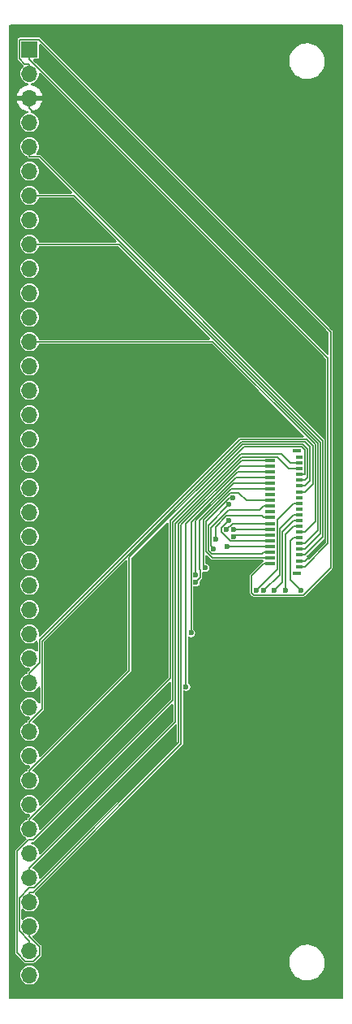
<source format=gtl>
G04 #@! TF.GenerationSoftware,KiCad,Pcbnew,(7.0.0)*
G04 #@! TF.CreationDate,2023-04-01T10:31:44+02:00*
G04 #@! TF.ProjectId,ED060SC4-eink-connector,45443036-3053-4433-942d-65696e6b2d63,rev?*
G04 #@! TF.SameCoordinates,Original*
G04 #@! TF.FileFunction,Copper,L1,Top*
G04 #@! TF.FilePolarity,Positive*
%FSLAX46Y46*%
G04 Gerber Fmt 4.6, Leading zero omitted, Abs format (unit mm)*
G04 Created by KiCad (PCBNEW (7.0.0)) date 2023-04-01 10:31:44*
%MOMM*%
%LPD*%
G01*
G04 APERTURE LIST*
G04 #@! TA.AperFunction,SMDPad,CuDef*
%ADD10R,0.800000X0.300000*%
G04 #@! TD*
G04 #@! TA.AperFunction,SMDPad,CuDef*
%ADD11R,1.000000X0.300000*%
G04 #@! TD*
G04 #@! TA.AperFunction,SMDPad,CuDef*
%ADD12R,0.950000X0.400000*%
G04 #@! TD*
G04 #@! TA.AperFunction,ComponentPad*
%ADD13R,1.700000X1.700000*%
G04 #@! TD*
G04 #@! TA.AperFunction,ComponentPad*
%ADD14O,1.700000X1.700000*%
G04 #@! TD*
G04 #@! TA.AperFunction,ViaPad*
%ADD15C,0.600000*%
G04 #@! TD*
G04 #@! TA.AperFunction,Conductor*
%ADD16C,0.127000*%
G04 #@! TD*
G04 APERTURE END LIST*
D10*
X135079999Y-95869999D03*
D11*
X132079999Y-95569999D03*
D10*
X135079999Y-95269999D03*
D11*
X132079999Y-94969999D03*
D10*
X135079999Y-94669999D03*
D11*
X132079999Y-94369999D03*
D10*
X135079999Y-94069999D03*
D11*
X132079999Y-93769999D03*
D10*
X135079999Y-93469999D03*
D11*
X132079999Y-93169999D03*
D10*
X135079999Y-92869999D03*
D11*
X132079999Y-92569999D03*
D10*
X135079999Y-92269999D03*
D11*
X132079999Y-91969999D03*
D10*
X135079999Y-91669999D03*
D11*
X132079999Y-91369999D03*
D10*
X135079999Y-91069999D03*
D11*
X132079999Y-90769999D03*
D10*
X135079999Y-90469999D03*
D11*
X132079999Y-90169999D03*
D10*
X135079999Y-89869999D03*
D11*
X132079999Y-89569999D03*
D10*
X135079999Y-89269999D03*
D11*
X132079999Y-88969999D03*
D10*
X135079999Y-88669999D03*
D11*
X132079999Y-88369999D03*
D10*
X135079999Y-88069999D03*
D11*
X132079999Y-87769999D03*
D10*
X135079999Y-87469999D03*
D11*
X132079999Y-87169999D03*
D10*
X135079999Y-86869999D03*
D11*
X132079999Y-86569999D03*
D10*
X135079999Y-86269999D03*
D11*
X132079999Y-85969999D03*
D10*
X135079999Y-85669999D03*
D11*
X132079999Y-85369999D03*
D10*
X135079999Y-85069999D03*
D11*
X132079999Y-84769999D03*
D10*
X135079999Y-84469999D03*
D12*
X134804999Y-96569999D03*
X134804999Y-83769999D03*
D13*
X106933999Y-41949999D03*
D14*
X106933999Y-44489999D03*
X106933999Y-47029999D03*
X106933999Y-49569999D03*
X106933999Y-52109999D03*
X106933999Y-54649999D03*
X106933999Y-57189999D03*
X106933999Y-59729999D03*
X106933999Y-62269999D03*
X106933999Y-64809999D03*
X106933999Y-67349999D03*
X106933999Y-69889999D03*
X106933999Y-72429999D03*
X106933999Y-74969999D03*
X106933999Y-77509999D03*
X106933999Y-80049999D03*
X106933999Y-82589999D03*
X106933999Y-85129999D03*
X106933999Y-87669999D03*
X106933999Y-90209999D03*
X106933999Y-92749999D03*
X106933999Y-95289999D03*
X106933999Y-97829999D03*
X106933999Y-100369999D03*
X106933999Y-102909999D03*
X106933999Y-105449999D03*
X106933999Y-107989999D03*
X106933999Y-110529999D03*
X106933999Y-113069999D03*
X106933999Y-115609999D03*
X106933999Y-118149999D03*
X106933999Y-120689999D03*
X106933999Y-123229999D03*
X106933999Y-125769999D03*
X106933999Y-128309999D03*
X106933999Y-130849999D03*
X106933999Y-133389999D03*
X106933999Y-135929999D03*
X106933999Y-138469999D03*
D15*
X116205000Y-84455000D03*
X120650000Y-114935000D03*
X132715000Y-67310000D03*
X112395000Y-80645000D03*
X120015000Y-113030000D03*
X112395000Y-78740000D03*
X116205000Y-83185000D03*
X109220000Y-73660000D03*
X112395000Y-81915000D03*
X118110000Y-112395000D03*
X128170800Y-88688500D03*
X127746700Y-89407500D03*
X127546100Y-93819300D03*
X127700600Y-91057400D03*
X135231500Y-98347500D03*
X128200300Y-92726400D03*
X128199400Y-91978500D03*
X133620300Y-98329600D03*
X127443400Y-92038700D03*
X132468400Y-98335400D03*
X126340800Y-93042600D03*
X131401100Y-98347400D03*
X126136500Y-94023900D03*
X130614900Y-98330200D03*
X125252100Y-95998500D03*
X124275800Y-97517700D03*
X124275800Y-96714300D03*
X123785100Y-102798300D03*
X123275700Y-108387700D03*
D16*
X137834100Y-93106500D02*
X135670600Y-95270000D01*
X106934000Y-48070600D02*
X137834100Y-78970700D01*
X135080000Y-95270000D02*
X135670600Y-95270000D01*
X137834100Y-78970700D02*
X137834100Y-93106500D01*
X106934000Y-47030000D02*
X106934000Y-48070600D01*
X105893300Y-42929000D02*
X105893300Y-40946400D01*
X138367300Y-95975200D02*
X135502100Y-98840400D01*
X132080000Y-95570000D02*
X131389400Y-95570000D01*
X138367300Y-71389300D02*
X138367300Y-95975200D01*
X130117700Y-98610400D02*
X130117700Y-96841700D01*
X107887300Y-40909300D02*
X138367300Y-71389300D01*
X135502100Y-98840400D02*
X130347700Y-98840400D01*
X106413700Y-43449400D02*
X105893300Y-42929000D01*
X130117700Y-96841700D02*
X131389400Y-95570000D01*
X105930400Y-40909300D02*
X107887300Y-40909300D01*
X106934000Y-44490000D02*
X106934000Y-43449400D01*
X106934000Y-43449400D02*
X106413700Y-43449400D01*
X105893300Y-40946400D02*
X105930400Y-40909300D01*
X130347700Y-98840400D02*
X130117700Y-98610400D01*
X135080000Y-95870000D02*
X135670600Y-95870000D01*
X106934000Y-42990600D02*
X138092700Y-74149300D01*
X138092700Y-74149300D02*
X138092700Y-93447900D01*
X138092700Y-93447900D02*
X135670600Y-95870000D01*
X106934000Y-41950000D02*
X106934000Y-42990600D01*
X125329600Y-91130900D02*
X125329600Y-94305900D01*
X125329600Y-94305900D02*
X125993700Y-94970000D01*
X128170800Y-88688500D02*
X127772000Y-88688500D01*
X125993700Y-94970000D02*
X132080000Y-94970000D01*
X127772000Y-88688500D02*
X125329600Y-91130900D01*
X135080000Y-94670000D02*
X135670600Y-94670000D01*
X137577600Y-82753600D02*
X137577600Y-92763000D01*
X106934000Y-52110000D02*
X106934000Y-53150600D01*
X137577600Y-92763000D02*
X135670600Y-94670000D01*
X107974600Y-53150600D02*
X137577600Y-82753600D01*
X106934000Y-53150600D02*
X107974600Y-53150600D01*
X132080000Y-94370000D02*
X131389400Y-94370000D01*
X131194900Y-94564500D02*
X131389400Y-94370000D01*
X125590300Y-91563900D02*
X125590300Y-94171700D01*
X125983100Y-94564500D02*
X131194900Y-94564500D01*
X125590300Y-94171700D02*
X125983100Y-94564500D01*
X127746700Y-89407500D02*
X125590300Y-91563900D01*
X106934000Y-57190000D02*
X111554300Y-57190000D01*
X137319300Y-92421300D02*
X135670600Y-94070000D01*
X135080000Y-94070000D02*
X135670600Y-94070000D01*
X111554300Y-57190000D02*
X137319300Y-82955000D01*
X137319300Y-82955000D02*
X137319300Y-92421300D01*
X131340100Y-93819300D02*
X127546100Y-93819300D01*
X132080000Y-93770000D02*
X131389400Y-93770000D01*
X131389400Y-93770000D02*
X131340100Y-93819300D01*
X135080000Y-93470000D02*
X135670600Y-93470000D01*
X116274800Y-62270000D02*
X137065100Y-83060300D01*
X137065100Y-83060300D02*
X137065100Y-92075500D01*
X137065100Y-92075500D02*
X135670600Y-93470000D01*
X106934000Y-62270000D02*
X116274800Y-62270000D01*
X132080000Y-93170000D02*
X131389400Y-93170000D01*
X131342400Y-93217000D02*
X127908600Y-93217000D01*
X126946600Y-91811400D02*
X127700600Y-91057400D01*
X126946600Y-92255000D02*
X126946600Y-91811400D01*
X131389400Y-93170000D02*
X131342400Y-93217000D01*
X127908600Y-93217000D02*
X126946600Y-92255000D01*
X134139300Y-97255300D02*
X134139300Y-93220100D01*
X134139300Y-93220100D02*
X134489400Y-92870000D01*
X135231500Y-98347500D02*
X134139300Y-97255300D01*
X135080000Y-92870000D02*
X134489400Y-92870000D01*
X128356700Y-92570000D02*
X128200300Y-92726400D01*
X131389400Y-92570000D02*
X128356700Y-92570000D01*
X132080000Y-92570000D02*
X131389400Y-92570000D01*
X106934000Y-72430000D02*
X107974600Y-72430000D01*
X135080000Y-92270000D02*
X135670600Y-92270000D01*
X136766500Y-91174100D02*
X135670600Y-92270000D01*
X136766500Y-83143400D02*
X136766500Y-91174100D01*
X107974600Y-72430000D02*
X126053100Y-72430000D01*
X126053100Y-72430000D02*
X136766500Y-83143400D01*
X132080000Y-91970000D02*
X128207900Y-91970000D01*
X128207900Y-91970000D02*
X128199400Y-91978500D01*
X134489400Y-91670000D02*
X133620300Y-92539100D01*
X133620300Y-92539100D02*
X133620300Y-98329600D01*
X135080000Y-91670000D02*
X134489400Y-91670000D01*
X128112100Y-91370000D02*
X127443400Y-92038700D01*
X131389400Y-91370000D02*
X128112100Y-91370000D01*
X132080000Y-91370000D02*
X131389400Y-91370000D01*
X135080000Y-91070000D02*
X134489400Y-91070000D01*
X133326700Y-92232700D02*
X134489400Y-91070000D01*
X133326700Y-97477100D02*
X133326700Y-92232700D01*
X132468400Y-98335400D02*
X133326700Y-97477100D01*
X126340800Y-91723500D02*
X126340800Y-93042600D01*
X127501300Y-90563000D02*
X126340800Y-91723500D01*
X131389400Y-90770000D02*
X131182400Y-90563000D01*
X131182400Y-90563000D02*
X127501300Y-90563000D01*
X132080000Y-90770000D02*
X131389400Y-90770000D01*
X135080000Y-90470000D02*
X134489400Y-90470000D01*
X133024900Y-91934500D02*
X133024900Y-96723600D01*
X134489400Y-90470000D02*
X133024900Y-91934500D01*
X133024900Y-96723600D02*
X131401100Y-98347400D01*
X130961000Y-89998400D02*
X127706600Y-89998400D01*
X127706600Y-89998400D02*
X125850100Y-91854900D01*
X125850100Y-91854900D02*
X125850100Y-93737500D01*
X131389400Y-89570000D02*
X130961000Y-89998400D01*
X132080000Y-89570000D02*
X131389400Y-89570000D01*
X125850100Y-93737500D02*
X126136500Y-94023900D01*
X132770700Y-96174400D02*
X132770700Y-90988700D01*
X132770700Y-90988700D02*
X134489400Y-89270000D01*
X135080000Y-89270000D02*
X134489400Y-89270000D01*
X130614900Y-98330200D02*
X132770700Y-96174400D01*
X127913700Y-88187500D02*
X125074500Y-91026700D01*
X132080000Y-88970000D02*
X129554400Y-88970000D01*
X128771900Y-88187500D02*
X127913700Y-88187500D01*
X129554400Y-88970000D02*
X128771900Y-88187500D01*
X125074500Y-95820900D02*
X125252100Y-95998500D01*
X125074500Y-91026700D02*
X125074500Y-95820900D01*
X135855900Y-82592300D02*
X128913100Y-82592300D01*
X135670600Y-88070000D02*
X136512300Y-87228300D01*
X136512300Y-87228300D02*
X136512300Y-83248700D01*
X128913100Y-82592300D02*
X107974600Y-103530800D01*
X135080000Y-88070000D02*
X135670600Y-88070000D01*
X107974600Y-103530800D02*
X107974600Y-105908800D01*
X136512300Y-83248700D02*
X135855900Y-82592300D01*
X106934000Y-107990000D02*
X106934000Y-106949400D01*
X107974600Y-105908800D02*
X106934000Y-106949400D01*
X127971900Y-87770000D02*
X124709300Y-91032600D01*
X124766400Y-96206500D02*
X124766400Y-97027100D01*
X124709300Y-96149400D02*
X124766400Y-96206500D01*
X124709300Y-91032600D02*
X124709300Y-96149400D01*
X132080000Y-87770000D02*
X131389400Y-87770000D01*
X124766400Y-97027100D02*
X124275800Y-97517700D01*
X131389400Y-87770000D02*
X127971900Y-87770000D01*
X129042500Y-82846500D02*
X135651800Y-82846500D01*
X135651800Y-82846500D02*
X136207100Y-83401800D01*
X135080000Y-87470000D02*
X135670600Y-87470000D01*
X106934000Y-113070000D02*
X106934000Y-112029400D01*
X136207100Y-83401800D02*
X136207100Y-86933500D01*
X108228800Y-103660200D02*
X129042500Y-82846500D01*
X108228800Y-110734600D02*
X108228800Y-103660200D01*
X136207100Y-86933500D02*
X135670600Y-87470000D01*
X106934000Y-112029400D02*
X108228800Y-110734600D01*
X131389400Y-87170000D02*
X128212600Y-87170000D01*
X124275800Y-91106800D02*
X124275800Y-96714300D01*
X132080000Y-87170000D02*
X131389400Y-87170000D01*
X128212600Y-87170000D02*
X124275800Y-91106800D01*
X135951100Y-86589500D02*
X135670600Y-86870000D01*
X135080000Y-86870000D02*
X135670600Y-86870000D01*
X117346800Y-106696600D02*
X117346800Y-94923200D01*
X135951100Y-83600100D02*
X135951100Y-86589500D01*
X117346800Y-94923200D02*
X129155500Y-83114500D01*
X106934000Y-118150000D02*
X106934000Y-117109400D01*
X106934000Y-117109400D02*
X117346800Y-106696600D01*
X135465500Y-83114500D02*
X135951100Y-83600100D01*
X129155500Y-83114500D02*
X135465500Y-83114500D01*
X131389400Y-86570000D02*
X128453300Y-86570000D01*
X123785100Y-91238200D02*
X123785100Y-102798300D01*
X128453300Y-86570000D02*
X123785100Y-91238200D01*
X132080000Y-86570000D02*
X131389400Y-86570000D01*
X135670600Y-86270000D02*
X135670600Y-83691000D01*
X121621800Y-91098300D02*
X121621800Y-107501600D01*
X106934000Y-123230000D02*
X106934000Y-122189400D01*
X121621800Y-107501600D02*
X106934000Y-122189400D01*
X129340700Y-83379400D02*
X121621800Y-91098300D01*
X135080000Y-86270000D02*
X135670600Y-86270000D01*
X135359000Y-83379400D02*
X129340700Y-83379400D01*
X135670600Y-83691000D02*
X135359000Y-83379400D01*
X132080000Y-85970000D02*
X128694000Y-85970000D01*
X123275700Y-91388300D02*
X123275700Y-108387700D01*
X128694000Y-85970000D02*
X123275700Y-91388300D01*
X134016400Y-85670000D02*
X132775700Y-84429300D01*
X132775700Y-84429300D02*
X129089300Y-84429300D01*
X135080000Y-85670000D02*
X134016400Y-85670000D01*
X129089300Y-84429300D02*
X122130100Y-91388500D01*
X122130100Y-112073300D02*
X106934000Y-127269400D01*
X122130100Y-91388500D02*
X122130100Y-112073300D01*
X106934000Y-128310000D02*
X106934000Y-127269400D01*
X106934000Y-129809400D02*
X107324200Y-129809400D01*
X106934000Y-130850000D02*
X106934000Y-129809400D01*
X107324200Y-129809400D02*
X122765500Y-114368100D01*
X122765500Y-91531100D02*
X128926600Y-85370000D01*
X122765500Y-114368100D02*
X122765500Y-91531100D01*
X128926600Y-85370000D02*
X132080000Y-85370000D01*
X106797500Y-124386700D02*
X105612700Y-125571500D01*
X106476600Y-137005600D02*
X107332200Y-137005600D01*
X107312500Y-124386700D02*
X106797500Y-124386700D01*
X135080000Y-85070000D02*
X134167000Y-85070000D01*
X107993000Y-135489600D02*
X106934000Y-134430600D01*
X105612700Y-136141700D02*
X106476600Y-137005600D01*
X128981100Y-84160700D02*
X121875900Y-91265900D01*
X121875900Y-91265900D02*
X121875900Y-109823300D01*
X107993000Y-136344800D02*
X107993000Y-135489600D01*
X134167000Y-85070000D02*
X133257700Y-84160700D01*
X121875900Y-109823300D02*
X107312500Y-124386700D01*
X133257700Y-84160700D02*
X128981100Y-84160700D01*
X106934000Y-133390000D02*
X106934000Y-134430600D01*
X107332200Y-137005600D02*
X107993000Y-136344800D01*
X105612700Y-125571500D02*
X105612700Y-136141700D01*
X105876700Y-130403500D02*
X105876700Y-133832100D01*
X132080000Y-84770000D02*
X129115700Y-84770000D01*
X105876700Y-133832100D02*
X106934000Y-134889400D01*
X106934000Y-135930000D02*
X106934000Y-134889400D01*
X107372600Y-129360600D02*
X106919600Y-129360600D01*
X122511300Y-91374400D02*
X122511300Y-114221900D01*
X106919600Y-129360600D02*
X105876700Y-130403500D01*
X122511300Y-114221900D02*
X107372600Y-129360600D01*
X129115700Y-84770000D02*
X122511300Y-91374400D01*
G04 #@! TA.AperFunction,Conductor*
G36*
X122269185Y-112352258D02*
G01*
X122306785Y-112396281D01*
X122320300Y-112452576D01*
X122320300Y-114091423D01*
X122310861Y-114138876D01*
X122283981Y-114179104D01*
X108122852Y-128340231D01*
X108062339Y-128373537D01*
X107993396Y-128369301D01*
X107937416Y-128328838D01*
X107911768Y-128264705D01*
X107897357Y-128118376D01*
X107841462Y-127934117D01*
X107796077Y-127849209D01*
X107753568Y-127769678D01*
X107753565Y-127769674D01*
X107750694Y-127764302D01*
X107628541Y-127615459D01*
X107479698Y-127493306D01*
X107474327Y-127490435D01*
X107474321Y-127490431D01*
X107315257Y-127405410D01*
X107315253Y-127405408D01*
X107310013Y-127402607D01*
X107310011Y-127402606D01*
X107309883Y-127402538D01*
X107309893Y-127402518D01*
X107263540Y-127368137D01*
X107237780Y-127313664D01*
X107240738Y-127253480D01*
X107271715Y-127201798D01*
X122108618Y-112364895D01*
X122157982Y-112334645D01*
X122215698Y-112330103D01*
X122269185Y-112352258D01*
G37*
G04 #@! TD.AperFunction*
G04 #@! TA.AperFunction,Conductor*
G36*
X121887985Y-110229259D02*
G01*
X121925585Y-110273282D01*
X121939100Y-110329577D01*
X121939100Y-111942823D01*
X121929661Y-111990276D01*
X121902781Y-112030504D01*
X108123767Y-125809516D01*
X108063254Y-125842822D01*
X107994311Y-125838586D01*
X107938331Y-125798123D01*
X107912683Y-125733989D01*
X107898640Y-125591410D01*
X107897357Y-125578376D01*
X107841462Y-125394117D01*
X107750694Y-125224302D01*
X107628541Y-125075459D01*
X107479698Y-124953306D01*
X107474327Y-124950435D01*
X107474321Y-124950431D01*
X107315258Y-124865411D01*
X107309883Y-124862538D01*
X107170838Y-124820358D01*
X107112548Y-124782231D01*
X107084007Y-124718689D01*
X107094228Y-124649786D01*
X107139985Y-124597265D01*
X107206838Y-124577700D01*
X107278708Y-124577700D01*
X107280304Y-124577789D01*
X107290565Y-124581380D01*
X107316303Y-124578479D01*
X107323939Y-124578050D01*
X107327045Y-124577700D01*
X107334021Y-124577700D01*
X107340820Y-124576147D01*
X107343948Y-124575795D01*
X107351471Y-124574516D01*
X107377206Y-124571618D01*
X107386639Y-124565690D01*
X107397503Y-124563211D01*
X107408428Y-124554497D01*
X107408430Y-124554497D01*
X107417754Y-124547061D01*
X107423967Y-124542652D01*
X107426430Y-124540687D01*
X107432340Y-124536975D01*
X107437272Y-124532041D01*
X107439724Y-124530087D01*
X107445400Y-124525012D01*
X107465670Y-124508849D01*
X107470387Y-124499051D01*
X107471441Y-124497872D01*
X121727418Y-110241896D01*
X121776782Y-110211646D01*
X121834498Y-110207104D01*
X121887985Y-110229259D01*
G37*
G04 #@! TD.AperFunction*
G04 #@! TA.AperFunction,Conductor*
G36*
X121633785Y-107907659D02*
G01*
X121671385Y-107951682D01*
X121684900Y-108007977D01*
X121684900Y-109692823D01*
X121675461Y-109740276D01*
X121648581Y-109780504D01*
X108126977Y-123302106D01*
X108066464Y-123335412D01*
X107997522Y-123331176D01*
X107941541Y-123290714D01*
X107915893Y-123226579D01*
X107897954Y-123044440D01*
X107897357Y-123038376D01*
X107841462Y-122854117D01*
X107750694Y-122684302D01*
X107628541Y-122535459D01*
X107479698Y-122413306D01*
X107474327Y-122410435D01*
X107474321Y-122410431D01*
X107315257Y-122325410D01*
X107315253Y-122325408D01*
X107310013Y-122322607D01*
X107310011Y-122322606D01*
X107309883Y-122322538D01*
X107309893Y-122322518D01*
X107263540Y-122288137D01*
X107237780Y-122233664D01*
X107240738Y-122173480D01*
X107271715Y-122121798D01*
X121473218Y-107920296D01*
X121522582Y-107890046D01*
X121580298Y-107885504D01*
X121633785Y-107907659D01*
G37*
G04 #@! TD.AperFunction*
G04 #@! TA.AperFunction,Conductor*
G36*
X137831519Y-92896918D02*
G01*
X137882699Y-92942666D01*
X137901700Y-93008630D01*
X137901700Y-93317423D01*
X137892261Y-93364876D01*
X137865381Y-93405104D01*
X136184352Y-95086132D01*
X136127873Y-95118461D01*
X136062800Y-95117735D01*
X136007056Y-95084155D01*
X135975995Y-95026969D01*
X135970887Y-95005358D01*
X135926452Y-94886220D01*
X135918036Y-94870808D01*
X135906166Y-94854951D01*
X135883150Y-94801204D01*
X135887321Y-94742884D01*
X135917748Y-94692965D01*
X137688772Y-92921941D01*
X137689952Y-92920887D01*
X137699749Y-92916170D01*
X137704789Y-92909849D01*
X137763845Y-92885407D01*
X137831519Y-92896918D01*
G37*
G04 #@! TD.AperFunction*
G04 #@! TA.AperFunction,Conductor*
G36*
X108073818Y-41385046D02*
G01*
X108123181Y-41415296D01*
X138139981Y-71432096D01*
X138166861Y-71472324D01*
X138176300Y-71519777D01*
X138176300Y-73663423D01*
X138162785Y-73719718D01*
X138125185Y-73763741D01*
X138071698Y-73785896D01*
X138013982Y-73781354D01*
X137964619Y-73751104D01*
X107352696Y-43139181D01*
X107322446Y-43089818D01*
X107317904Y-43032102D01*
X107340059Y-42978615D01*
X107384082Y-42941015D01*
X107440377Y-42927500D01*
X107790464Y-42927500D01*
X107796558Y-42927500D01*
X107833748Y-42920102D01*
X107875922Y-42891922D01*
X107904102Y-42849748D01*
X107911500Y-42812558D01*
X107911500Y-41502977D01*
X107925015Y-41446682D01*
X107962615Y-41402659D01*
X108016102Y-41380504D01*
X108073818Y-41385046D01*
G37*
G04 #@! TD.AperFunction*
G04 #@! TA.AperFunction,Conductor*
G36*
X139627500Y-39397113D02*
G01*
X139672887Y-39442500D01*
X139689500Y-39504500D01*
X139689500Y-140835500D01*
X139672887Y-140897500D01*
X139627500Y-140942887D01*
X139565500Y-140959500D01*
X104909500Y-140959500D01*
X104847500Y-140942887D01*
X104802113Y-140897500D01*
X104785500Y-140835500D01*
X104785500Y-138470000D01*
X105951770Y-138470000D01*
X105952367Y-138476062D01*
X105970045Y-138655559D01*
X105970046Y-138655565D01*
X105970643Y-138661624D01*
X105972410Y-138667450D01*
X105972412Y-138667458D01*
X106024768Y-138840050D01*
X106024770Y-138840055D01*
X106026538Y-138845883D01*
X106029411Y-138851258D01*
X106114431Y-139010321D01*
X106114435Y-139010327D01*
X106117306Y-139015698D01*
X106239459Y-139164541D01*
X106388302Y-139286694D01*
X106393674Y-139289565D01*
X106393678Y-139289568D01*
X106473209Y-139332077D01*
X106558117Y-139377462D01*
X106742376Y-139433357D01*
X106934000Y-139452230D01*
X107125624Y-139433357D01*
X107309883Y-139377462D01*
X107479698Y-139286694D01*
X107628541Y-139164541D01*
X107750694Y-139015698D01*
X107841462Y-138845883D01*
X107897357Y-138661624D01*
X107916230Y-138470000D01*
X107914045Y-138447820D01*
X107897954Y-138284440D01*
X107897357Y-138278376D01*
X107841462Y-138094117D01*
X107750694Y-137924302D01*
X107628541Y-137775459D01*
X107479698Y-137653306D01*
X107474327Y-137650435D01*
X107474321Y-137650431D01*
X107315258Y-137565411D01*
X107309883Y-137562538D01*
X107304055Y-137560770D01*
X107304050Y-137560768D01*
X107131458Y-137508412D01*
X107131450Y-137508410D01*
X107125624Y-137506643D01*
X107119565Y-137506046D01*
X107119559Y-137506045D01*
X106940062Y-137488367D01*
X106934000Y-137487770D01*
X106927938Y-137488367D01*
X106748440Y-137506045D01*
X106748432Y-137506046D01*
X106742376Y-137506643D01*
X106736551Y-137508410D01*
X106736541Y-137508412D01*
X106563949Y-137560768D01*
X106563941Y-137560771D01*
X106558117Y-137562538D01*
X106552745Y-137565409D01*
X106552741Y-137565411D01*
X106393678Y-137650431D01*
X106393667Y-137650438D01*
X106388302Y-137653306D01*
X106383594Y-137657169D01*
X106383589Y-137657173D01*
X106244165Y-137771596D01*
X106244160Y-137771600D01*
X106239459Y-137775459D01*
X106235600Y-137780160D01*
X106235596Y-137780165D01*
X106121173Y-137919589D01*
X106121169Y-137919594D01*
X106117306Y-137924302D01*
X106114438Y-137929667D01*
X106114431Y-137929678D01*
X106029411Y-138088741D01*
X106029409Y-138088745D01*
X106026538Y-138094117D01*
X106024771Y-138099941D01*
X106024768Y-138099949D01*
X105972412Y-138272541D01*
X105972410Y-138272551D01*
X105970643Y-138278376D01*
X105970046Y-138284432D01*
X105970045Y-138284440D01*
X105952367Y-138463938D01*
X105951770Y-138470000D01*
X104785500Y-138470000D01*
X104785500Y-137227765D01*
X134035788Y-137227765D01*
X134036282Y-137232262D01*
X134036283Y-137232267D01*
X134064917Y-137492506D01*
X134064918Y-137492513D01*
X134065414Y-137497018D01*
X134066559Y-137501398D01*
X134066561Y-137501408D01*
X134082080Y-137560768D01*
X134133928Y-137759088D01*
X134135693Y-137763242D01*
X134135696Y-137763250D01*
X134204136Y-137924302D01*
X134239870Y-138008390D01*
X134242226Y-138012251D01*
X134242229Y-138012256D01*
X134378618Y-138235737D01*
X134380982Y-138239610D01*
X134554255Y-138447820D01*
X134557630Y-138450844D01*
X134557631Y-138450845D01*
X134662330Y-138544656D01*
X134755998Y-138628582D01*
X134981910Y-138778044D01*
X135227176Y-138893020D01*
X135486569Y-138971060D01*
X135754561Y-139010500D01*
X135955369Y-139010500D01*
X135957631Y-139010500D01*
X136160156Y-138995677D01*
X136424553Y-138936780D01*
X136677558Y-138840014D01*
X136913777Y-138707441D01*
X137128177Y-138541888D01*
X137316186Y-138346881D01*
X137473799Y-138126579D01*
X137597656Y-137885675D01*
X137685118Y-137629305D01*
X137734319Y-137362933D01*
X137744212Y-137092235D01*
X137714586Y-136822982D01*
X137646072Y-136560912D01*
X137540130Y-136311610D01*
X137399018Y-136080390D01*
X137225745Y-135872180D01*
X137120759Y-135778112D01*
X137027382Y-135694446D01*
X137027378Y-135694442D01*
X137024002Y-135691418D01*
X136798090Y-135541956D01*
X136793996Y-135540036D01*
X136793991Y-135540034D01*
X136556929Y-135428904D01*
X136556925Y-135428902D01*
X136552824Y-135426980D01*
X136548477Y-135425672D01*
X136548474Y-135425671D01*
X136297772Y-135350246D01*
X136297771Y-135350245D01*
X136293431Y-135348940D01*
X136288957Y-135348281D01*
X136288950Y-135348280D01*
X136029913Y-135310158D01*
X136029907Y-135310157D01*
X136025439Y-135309500D01*
X135822369Y-135309500D01*
X135820120Y-135309664D01*
X135820109Y-135309665D01*
X135624363Y-135323992D01*
X135624359Y-135323992D01*
X135619844Y-135324323D01*
X135615426Y-135325307D01*
X135615420Y-135325308D01*
X135359877Y-135382232D01*
X135359861Y-135382236D01*
X135355447Y-135383220D01*
X135351216Y-135384838D01*
X135351210Y-135384840D01*
X135106673Y-135478367D01*
X135106663Y-135478371D01*
X135102442Y-135479986D01*
X135098494Y-135482201D01*
X135098489Y-135482204D01*
X134870176Y-135610340D01*
X134870171Y-135610343D01*
X134866223Y-135612559D01*
X134862639Y-135615325D01*
X134862635Y-135615329D01*
X134655407Y-135775343D01*
X134655394Y-135775354D01*
X134651823Y-135778112D01*
X134648685Y-135781366D01*
X134648678Y-135781373D01*
X134466958Y-135969857D01*
X134466952Y-135969864D01*
X134463814Y-135973119D01*
X134461189Y-135976787D01*
X134461179Y-135976800D01*
X134308834Y-136189740D01*
X134308830Y-136189745D01*
X134306201Y-136193421D01*
X134304132Y-136197444D01*
X134304129Y-136197450D01*
X134184416Y-136430293D01*
X134184411Y-136430304D01*
X134182344Y-136434325D01*
X134180884Y-136438602D01*
X134180879Y-136438616D01*
X134096348Y-136686395D01*
X134096344Y-136686407D01*
X134094882Y-136690695D01*
X134094057Y-136695159D01*
X134094057Y-136695161D01*
X134046504Y-136952606D01*
X134046502Y-136952619D01*
X134045681Y-136957067D01*
X134045515Y-136961593D01*
X134045515Y-136961599D01*
X134036850Y-137198715D01*
X134035788Y-137227765D01*
X104785500Y-137227765D01*
X104785500Y-136119765D01*
X105418020Y-136119765D01*
X105419584Y-136133646D01*
X105419584Y-136133647D01*
X105420920Y-136145503D01*
X105421349Y-136153149D01*
X105421700Y-136156264D01*
X105421700Y-136163221D01*
X105423247Y-136170002D01*
X105423599Y-136173120D01*
X105424881Y-136180662D01*
X105426217Y-136192524D01*
X105426218Y-136192527D01*
X105427782Y-136206406D01*
X105433709Y-136215839D01*
X105436189Y-136226703D01*
X105444897Y-136237622D01*
X105444898Y-136237624D01*
X105452338Y-136246953D01*
X105456759Y-136253184D01*
X105458718Y-136255641D01*
X105462425Y-136261540D01*
X105467351Y-136266466D01*
X105469312Y-136268925D01*
X105474396Y-136274613D01*
X105481839Y-136283946D01*
X105490551Y-136294870D01*
X105500344Y-136299586D01*
X105501537Y-136300652D01*
X106317643Y-137116758D01*
X106318713Y-137117955D01*
X106323430Y-137127749D01*
X106334351Y-137136458D01*
X106343684Y-137143901D01*
X106349383Y-137148994D01*
X106351831Y-137150946D01*
X106356760Y-137155875D01*
X106362660Y-137159582D01*
X106365113Y-137161538D01*
X106371337Y-137165953D01*
X106391597Y-137182111D01*
X106402460Y-137184590D01*
X106411894Y-137190518D01*
X106437633Y-137193417D01*
X106445161Y-137194696D01*
X106448279Y-137195047D01*
X106455079Y-137196600D01*
X106462049Y-137196600D01*
X106465162Y-137196951D01*
X106472796Y-137197379D01*
X106498535Y-137200280D01*
X106508795Y-137196689D01*
X106510392Y-137196600D01*
X107298408Y-137196600D01*
X107300004Y-137196689D01*
X107310265Y-137200280D01*
X107336003Y-137197379D01*
X107343639Y-137196950D01*
X107346745Y-137196600D01*
X107353721Y-137196600D01*
X107360520Y-137195047D01*
X107363648Y-137194695D01*
X107371171Y-137193416D01*
X107396906Y-137190518D01*
X107406339Y-137184590D01*
X107417203Y-137182111D01*
X107428128Y-137173397D01*
X107428130Y-137173397D01*
X107437454Y-137165961D01*
X107443667Y-137161552D01*
X107446130Y-137159587D01*
X107452040Y-137155875D01*
X107456972Y-137150941D01*
X107459424Y-137148987D01*
X107465100Y-137143912D01*
X107485370Y-137127749D01*
X107490087Y-137117951D01*
X107491141Y-137116772D01*
X108104172Y-136503741D01*
X108105351Y-136502687D01*
X108115149Y-136497970D01*
X108131312Y-136477700D01*
X108136387Y-136472024D01*
X108138341Y-136469572D01*
X108143275Y-136464640D01*
X108146987Y-136458730D01*
X108148952Y-136456267D01*
X108153361Y-136450054D01*
X108160797Y-136440730D01*
X108160797Y-136440728D01*
X108169511Y-136429803D01*
X108171990Y-136418939D01*
X108177918Y-136409506D01*
X108180816Y-136383771D01*
X108182095Y-136376248D01*
X108182447Y-136373120D01*
X108184000Y-136366321D01*
X108184000Y-136359345D01*
X108184350Y-136356239D01*
X108184780Y-136348603D01*
X108187680Y-136322865D01*
X108184089Y-136312604D01*
X108184000Y-136311008D01*
X108184000Y-135523392D01*
X108184089Y-135521795D01*
X108187680Y-135511535D01*
X108184779Y-135485796D01*
X108184351Y-135478162D01*
X108184000Y-135475049D01*
X108184000Y-135468079D01*
X108182447Y-135461279D01*
X108182096Y-135458161D01*
X108180817Y-135450631D01*
X108179482Y-135438780D01*
X108177918Y-135424894D01*
X108171990Y-135415460D01*
X108169511Y-135404597D01*
X108153353Y-135384337D01*
X108148938Y-135378113D01*
X108146982Y-135375660D01*
X108143275Y-135369760D01*
X108138346Y-135364831D01*
X108136394Y-135362383D01*
X108131301Y-135356684D01*
X108123858Y-135347351D01*
X108115149Y-135336430D01*
X108105355Y-135331713D01*
X108104158Y-135330643D01*
X107271718Y-134498203D01*
X107240739Y-134446518D01*
X107237781Y-134386332D01*
X107263545Y-134331858D01*
X107309893Y-134297482D01*
X107309883Y-134297462D01*
X107309883Y-134297461D01*
X107479698Y-134206694D01*
X107628541Y-134084541D01*
X107750694Y-133935698D01*
X107841462Y-133765883D01*
X107897357Y-133581624D01*
X107916230Y-133390000D01*
X107897357Y-133198376D01*
X107841462Y-133014117D01*
X107750694Y-132844302D01*
X107628541Y-132695459D01*
X107479698Y-132573306D01*
X107474327Y-132570435D01*
X107474321Y-132570431D01*
X107315258Y-132485411D01*
X107309883Y-132482538D01*
X107304055Y-132480770D01*
X107304050Y-132480768D01*
X107131458Y-132428412D01*
X107131450Y-132428410D01*
X107125624Y-132426643D01*
X107119565Y-132426046D01*
X107119559Y-132426045D01*
X106940062Y-132408367D01*
X106934000Y-132407770D01*
X106927938Y-132408367D01*
X106748440Y-132426045D01*
X106748432Y-132426046D01*
X106742376Y-132426643D01*
X106736551Y-132428410D01*
X106736541Y-132428412D01*
X106563949Y-132480768D01*
X106563941Y-132480771D01*
X106558117Y-132482538D01*
X106552745Y-132485409D01*
X106552741Y-132485411D01*
X106393678Y-132570431D01*
X106393667Y-132570438D01*
X106388302Y-132573306D01*
X106383594Y-132577169D01*
X106383589Y-132577173D01*
X106270365Y-132670095D01*
X106206879Y-132697309D01*
X106138683Y-132686337D01*
X106086938Y-132640582D01*
X106067700Y-132574242D01*
X106067700Y-131665758D01*
X106086938Y-131599418D01*
X106138683Y-131553663D01*
X106206879Y-131542691D01*
X106270364Y-131569904D01*
X106388302Y-131666694D01*
X106393674Y-131669565D01*
X106393678Y-131669568D01*
X106473209Y-131712077D01*
X106558117Y-131757462D01*
X106742376Y-131813357D01*
X106934000Y-131832230D01*
X107125624Y-131813357D01*
X107309883Y-131757462D01*
X107479698Y-131666694D01*
X107628541Y-131544541D01*
X107750694Y-131395698D01*
X107841462Y-131225883D01*
X107897357Y-131041624D01*
X107916230Y-130850000D01*
X107897357Y-130658376D01*
X107841462Y-130474117D01*
X107750694Y-130304302D01*
X107628541Y-130155459D01*
X107525427Y-130070835D01*
X107486673Y-130014840D01*
X107483332Y-129946824D01*
X107516410Y-129887303D01*
X122876672Y-114527041D01*
X122877851Y-114525987D01*
X122887649Y-114521270D01*
X122903812Y-114501000D01*
X122908887Y-114495324D01*
X122910841Y-114492872D01*
X122915775Y-114487940D01*
X122919487Y-114482030D01*
X122921452Y-114479567D01*
X122925861Y-114473354D01*
X122933297Y-114464030D01*
X122933297Y-114464028D01*
X122942011Y-114453103D01*
X122944490Y-114442239D01*
X122950418Y-114432806D01*
X122953316Y-114407071D01*
X122954595Y-114399548D01*
X122954947Y-114396420D01*
X122956500Y-114389621D01*
X122956500Y-114382645D01*
X122956850Y-114379539D01*
X122957280Y-114371903D01*
X122960180Y-114346165D01*
X122956589Y-114335904D01*
X122956500Y-114334308D01*
X122956500Y-108905166D01*
X122969616Y-108849661D01*
X123006190Y-108805899D01*
X123058484Y-108783136D01*
X123115433Y-108786188D01*
X123214235Y-108815200D01*
X123328295Y-108815200D01*
X123337165Y-108815200D01*
X123455116Y-108780566D01*
X123558532Y-108714105D01*
X123639034Y-108621201D01*
X123690101Y-108509379D01*
X123707596Y-108387700D01*
X123690101Y-108266021D01*
X123654223Y-108187458D01*
X123642717Y-108162263D01*
X123642715Y-108162261D01*
X123639034Y-108154199D01*
X123558532Y-108061295D01*
X123523661Y-108038885D01*
X123481868Y-107993996D01*
X123466700Y-107934569D01*
X123466700Y-103316001D01*
X123479816Y-103260496D01*
X123516390Y-103216734D01*
X123568684Y-103193971D01*
X123625633Y-103197023D01*
X123723635Y-103225800D01*
X123837695Y-103225800D01*
X123846565Y-103225800D01*
X123964516Y-103191166D01*
X124067932Y-103124705D01*
X124148434Y-103031801D01*
X124199501Y-102919979D01*
X124216996Y-102798300D01*
X124199501Y-102676621D01*
X124148434Y-102564799D01*
X124067932Y-102471895D01*
X124033061Y-102449485D01*
X123991268Y-102404596D01*
X123976100Y-102345169D01*
X123976100Y-98040892D01*
X123989216Y-97985387D01*
X124025790Y-97941625D01*
X124078084Y-97918862D01*
X124135034Y-97921914D01*
X124143743Y-97924472D01*
X124205255Y-97942534D01*
X124214335Y-97945200D01*
X124328395Y-97945200D01*
X124337265Y-97945200D01*
X124455216Y-97910566D01*
X124558632Y-97844105D01*
X124639134Y-97751201D01*
X124690201Y-97639379D01*
X124707696Y-97517700D01*
X124696192Y-97437690D01*
X124701275Y-97380886D01*
X124731247Y-97332366D01*
X124877572Y-97186041D01*
X124878751Y-97184987D01*
X124888549Y-97180270D01*
X124904712Y-97160000D01*
X124909787Y-97154324D01*
X124911741Y-97151872D01*
X124916675Y-97146940D01*
X124920387Y-97141030D01*
X124922352Y-97138567D01*
X124926761Y-97132354D01*
X124934197Y-97123030D01*
X124934197Y-97123028D01*
X124942911Y-97112103D01*
X124945390Y-97101239D01*
X124951318Y-97091806D01*
X124954216Y-97066071D01*
X124955495Y-97058548D01*
X124955847Y-97055420D01*
X124957400Y-97048621D01*
X124957400Y-97041645D01*
X124957750Y-97038539D01*
X124958180Y-97030903D01*
X124959239Y-97021500D01*
X124961080Y-97005165D01*
X124957489Y-96994904D01*
X124957400Y-96993308D01*
X124957400Y-96523160D01*
X124970516Y-96467655D01*
X125007090Y-96423893D01*
X125059384Y-96401130D01*
X125116333Y-96404182D01*
X125190635Y-96426000D01*
X125304695Y-96426000D01*
X125313565Y-96426000D01*
X125431516Y-96391366D01*
X125534932Y-96324905D01*
X125615434Y-96232001D01*
X125666501Y-96120179D01*
X125683996Y-95998500D01*
X125666501Y-95876821D01*
X125615434Y-95764999D01*
X125534932Y-95672095D01*
X125525266Y-95665883D01*
X125438975Y-95610427D01*
X125438971Y-95610425D01*
X125431516Y-95605634D01*
X125423007Y-95603135D01*
X125423006Y-95603135D01*
X125383834Y-95591633D01*
X125354564Y-95583038D01*
X125308297Y-95557775D01*
X125276706Y-95515573D01*
X125265500Y-95464062D01*
X125265500Y-94811277D01*
X125279015Y-94754982D01*
X125316615Y-94710959D01*
X125370102Y-94688804D01*
X125427818Y-94693346D01*
X125477181Y-94723596D01*
X125834743Y-95081158D01*
X125835813Y-95082355D01*
X125840530Y-95092149D01*
X125860784Y-95108301D01*
X125866483Y-95113394D01*
X125868931Y-95115346D01*
X125873860Y-95120275D01*
X125879760Y-95123982D01*
X125882213Y-95125938D01*
X125888437Y-95130353D01*
X125908697Y-95146511D01*
X125919560Y-95148990D01*
X125928994Y-95154918D01*
X125954733Y-95157817D01*
X125962261Y-95159096D01*
X125965379Y-95159447D01*
X125972179Y-95161000D01*
X125979149Y-95161000D01*
X125982262Y-95161351D01*
X125989896Y-95161779D01*
X126015635Y-95164680D01*
X126025895Y-95161089D01*
X126027492Y-95161000D01*
X131250903Y-95161000D01*
X131312109Y-95177158D01*
X131357364Y-95221423D01*
X131374873Y-95282256D01*
X131360072Y-95343805D01*
X131316820Y-95390028D01*
X131316342Y-95390328D01*
X131315002Y-95391067D01*
X131304397Y-95393489D01*
X131293480Y-95402194D01*
X131293473Y-95402198D01*
X131284137Y-95409644D01*
X131277894Y-95414074D01*
X131275445Y-95416026D01*
X131269560Y-95419725D01*
X131264643Y-95424640D01*
X131262208Y-95426583D01*
X131256491Y-95431692D01*
X131247149Y-95439142D01*
X131247147Y-95439144D01*
X131236230Y-95447851D01*
X131231514Y-95457641D01*
X131230443Y-95458840D01*
X130006540Y-96682743D01*
X130005341Y-96683814D01*
X129995551Y-96688530D01*
X129986844Y-96699447D01*
X129986842Y-96699449D01*
X129979392Y-96708791D01*
X129974283Y-96714508D01*
X129972340Y-96716943D01*
X129967425Y-96721860D01*
X129963726Y-96727745D01*
X129961774Y-96730194D01*
X129957344Y-96736437D01*
X129949898Y-96745773D01*
X129949894Y-96745780D01*
X129941189Y-96756697D01*
X129938709Y-96767560D01*
X129932782Y-96776994D01*
X129931218Y-96790872D01*
X129931218Y-96790873D01*
X129929882Y-96802731D01*
X129928600Y-96810276D01*
X129928249Y-96813391D01*
X129926700Y-96820179D01*
X129926700Y-96827144D01*
X129926349Y-96830260D01*
X129925920Y-96837897D01*
X129924808Y-96847770D01*
X129923020Y-96863635D01*
X129926610Y-96873895D01*
X129926700Y-96875492D01*
X129926700Y-98576608D01*
X129926610Y-98578204D01*
X129923020Y-98588465D01*
X129924584Y-98602346D01*
X129924584Y-98602347D01*
X129925920Y-98614203D01*
X129926349Y-98621849D01*
X129926700Y-98624964D01*
X129926700Y-98631921D01*
X129928247Y-98638702D01*
X129928599Y-98641820D01*
X129929881Y-98649362D01*
X129931217Y-98661224D01*
X129931218Y-98661227D01*
X129932782Y-98675106D01*
X129938709Y-98684539D01*
X129941189Y-98695403D01*
X129949897Y-98706322D01*
X129949898Y-98706324D01*
X129957338Y-98715653D01*
X129961759Y-98721884D01*
X129963718Y-98724341D01*
X129967425Y-98730240D01*
X129972351Y-98735166D01*
X129974312Y-98737625D01*
X129979396Y-98743313D01*
X129995551Y-98763570D01*
X130005344Y-98768286D01*
X130006537Y-98769352D01*
X130188743Y-98951558D01*
X130189813Y-98952755D01*
X130194530Y-98962549D01*
X130205451Y-98971258D01*
X130214784Y-98978701D01*
X130220483Y-98983794D01*
X130222931Y-98985746D01*
X130227860Y-98990675D01*
X130233760Y-98994382D01*
X130236213Y-98996338D01*
X130242437Y-99000753D01*
X130262697Y-99016911D01*
X130273560Y-99019390D01*
X130282994Y-99025318D01*
X130308733Y-99028217D01*
X130316261Y-99029496D01*
X130319379Y-99029847D01*
X130326179Y-99031400D01*
X130333149Y-99031400D01*
X130336262Y-99031751D01*
X130343896Y-99032179D01*
X130369635Y-99035080D01*
X130379895Y-99031489D01*
X130381492Y-99031400D01*
X135468308Y-99031400D01*
X135469904Y-99031489D01*
X135480165Y-99035080D01*
X135505903Y-99032179D01*
X135513539Y-99031750D01*
X135516645Y-99031400D01*
X135523621Y-99031400D01*
X135530420Y-99029847D01*
X135533548Y-99029495D01*
X135541071Y-99028216D01*
X135566806Y-99025318D01*
X135576239Y-99019390D01*
X135587103Y-99016911D01*
X135598028Y-99008197D01*
X135598030Y-99008197D01*
X135607354Y-99000761D01*
X135613567Y-98996352D01*
X135616030Y-98994387D01*
X135621940Y-98990675D01*
X135626872Y-98985741D01*
X135629324Y-98983787D01*
X135635000Y-98978712D01*
X135655270Y-98962549D01*
X135659987Y-98952751D01*
X135661041Y-98951572D01*
X138478472Y-96134141D01*
X138479651Y-96133087D01*
X138489449Y-96128370D01*
X138505612Y-96108100D01*
X138510689Y-96102421D01*
X138512640Y-96099974D01*
X138517575Y-96095040D01*
X138521288Y-96089128D01*
X138523244Y-96086677D01*
X138527651Y-96080465D01*
X138543811Y-96060203D01*
X138546289Y-96049341D01*
X138552219Y-96039906D01*
X138555119Y-96014158D01*
X138556399Y-96006628D01*
X138556750Y-96003510D01*
X138558300Y-95996721D01*
X138558300Y-95989756D01*
X138558651Y-95986641D01*
X138559080Y-95979015D01*
X138560416Y-95967149D01*
X138560415Y-95967148D01*
X138561980Y-95953265D01*
X138558390Y-95943005D01*
X138558300Y-95941402D01*
X138558300Y-71423092D01*
X138558389Y-71421495D01*
X138561980Y-71411235D01*
X138559079Y-71385496D01*
X138558651Y-71377862D01*
X138558300Y-71374749D01*
X138558300Y-71367779D01*
X138556747Y-71360979D01*
X138556396Y-71357861D01*
X138555117Y-71350331D01*
X138553782Y-71338480D01*
X138552218Y-71324594D01*
X138546290Y-71315160D01*
X138543811Y-71304297D01*
X138527653Y-71284037D01*
X138523238Y-71277813D01*
X138521282Y-71275360D01*
X138517575Y-71269460D01*
X138512646Y-71264531D01*
X138510694Y-71262083D01*
X138505601Y-71256384D01*
X138498158Y-71247051D01*
X138489449Y-71236130D01*
X138479655Y-71231413D01*
X138478458Y-71230343D01*
X110495880Y-43247765D01*
X134035788Y-43247765D01*
X134036282Y-43252262D01*
X134036283Y-43252267D01*
X134064917Y-43512506D01*
X134064918Y-43512513D01*
X134065414Y-43517018D01*
X134066559Y-43521398D01*
X134066561Y-43521408D01*
X134097670Y-43640400D01*
X134133928Y-43779088D01*
X134135693Y-43783242D01*
X134135696Y-43783250D01*
X134204136Y-43944302D01*
X134239870Y-44028390D01*
X134242226Y-44032251D01*
X134242229Y-44032256D01*
X134378618Y-44255737D01*
X134380982Y-44259610D01*
X134383885Y-44263098D01*
X134549307Y-44461875D01*
X134554255Y-44467820D01*
X134557630Y-44470844D01*
X134557631Y-44470845D01*
X134662330Y-44564656D01*
X134755998Y-44648582D01*
X134981910Y-44798044D01*
X135227176Y-44913020D01*
X135486569Y-44991060D01*
X135754561Y-45030500D01*
X135955369Y-45030500D01*
X135957631Y-45030500D01*
X136160156Y-45015677D01*
X136424553Y-44956780D01*
X136677558Y-44860014D01*
X136913777Y-44727441D01*
X137128177Y-44561888D01*
X137316186Y-44366881D01*
X137473799Y-44146579D01*
X137597656Y-43905675D01*
X137685118Y-43649305D01*
X137734319Y-43382933D01*
X137744212Y-43112235D01*
X137714586Y-42842982D01*
X137646072Y-42580912D01*
X137540130Y-42331610D01*
X137399018Y-42100390D01*
X137225745Y-41892180D01*
X137120759Y-41798112D01*
X137027382Y-41714446D01*
X137027378Y-41714442D01*
X137024002Y-41711418D01*
X136798090Y-41561956D01*
X136793996Y-41560036D01*
X136793991Y-41560034D01*
X136556929Y-41448904D01*
X136556925Y-41448902D01*
X136552824Y-41446980D01*
X136548477Y-41445672D01*
X136548474Y-41445671D01*
X136297772Y-41370246D01*
X136297771Y-41370245D01*
X136293431Y-41368940D01*
X136288957Y-41368281D01*
X136288950Y-41368280D01*
X136029913Y-41330158D01*
X136029907Y-41330157D01*
X136025439Y-41329500D01*
X135822369Y-41329500D01*
X135820120Y-41329664D01*
X135820109Y-41329665D01*
X135624363Y-41343992D01*
X135624359Y-41343992D01*
X135619844Y-41344323D01*
X135615426Y-41345307D01*
X135615420Y-41345308D01*
X135359877Y-41402232D01*
X135359861Y-41402236D01*
X135355447Y-41403220D01*
X135351216Y-41404838D01*
X135351210Y-41404840D01*
X135106673Y-41498367D01*
X135106663Y-41498371D01*
X135102442Y-41499986D01*
X135098494Y-41502201D01*
X135098489Y-41502204D01*
X134870176Y-41630340D01*
X134870171Y-41630343D01*
X134866223Y-41632559D01*
X134862639Y-41635325D01*
X134862635Y-41635329D01*
X134655407Y-41795343D01*
X134655394Y-41795354D01*
X134651823Y-41798112D01*
X134648685Y-41801366D01*
X134648678Y-41801373D01*
X134466958Y-41989857D01*
X134466952Y-41989864D01*
X134463814Y-41993119D01*
X134461189Y-41996787D01*
X134461179Y-41996800D01*
X134308834Y-42209740D01*
X134308830Y-42209745D01*
X134306201Y-42213421D01*
X134304132Y-42217444D01*
X134304129Y-42217450D01*
X134184416Y-42450293D01*
X134184411Y-42450304D01*
X134182344Y-42454325D01*
X134180884Y-42458602D01*
X134180879Y-42458616D01*
X134096348Y-42706395D01*
X134096344Y-42706407D01*
X134094882Y-42710695D01*
X134094057Y-42715159D01*
X134094057Y-42715161D01*
X134046504Y-42972606D01*
X134046502Y-42972619D01*
X134045681Y-42977067D01*
X134045515Y-42981593D01*
X134045515Y-42981599D01*
X134035965Y-43242926D01*
X134035788Y-43247765D01*
X110495880Y-43247765D01*
X108046252Y-40798137D01*
X108045186Y-40796944D01*
X108040470Y-40787151D01*
X108020213Y-40770996D01*
X108014525Y-40765912D01*
X108012066Y-40763951D01*
X108007140Y-40759025D01*
X108001241Y-40755318D01*
X107998784Y-40753359D01*
X107992553Y-40748938D01*
X107983224Y-40741498D01*
X107983222Y-40741497D01*
X107972303Y-40732789D01*
X107961439Y-40730309D01*
X107952006Y-40724382D01*
X107938127Y-40722818D01*
X107938124Y-40722817D01*
X107926262Y-40721481D01*
X107918720Y-40720199D01*
X107915602Y-40719847D01*
X107908821Y-40718300D01*
X107901864Y-40718300D01*
X107898749Y-40717949D01*
X107891103Y-40717520D01*
X107879246Y-40716184D01*
X107865365Y-40714620D01*
X107855104Y-40718210D01*
X107853508Y-40718300D01*
X105964192Y-40718300D01*
X105962595Y-40718210D01*
X105952335Y-40714620D01*
X105938453Y-40716184D01*
X105926597Y-40717520D01*
X105918960Y-40717949D01*
X105915844Y-40718300D01*
X105908879Y-40718300D01*
X105902091Y-40719849D01*
X105898976Y-40720200D01*
X105891431Y-40721482D01*
X105879573Y-40722818D01*
X105879572Y-40722818D01*
X105865694Y-40724382D01*
X105856260Y-40730309D01*
X105845397Y-40732789D01*
X105834480Y-40741494D01*
X105834473Y-40741498D01*
X105825137Y-40748944D01*
X105818894Y-40753374D01*
X105816445Y-40755326D01*
X105810560Y-40759025D01*
X105805643Y-40763940D01*
X105803208Y-40765883D01*
X105797491Y-40770992D01*
X105788148Y-40778443D01*
X105788146Y-40778444D01*
X105777230Y-40787151D01*
X105775254Y-40791254D01*
X105771151Y-40793230D01*
X105762444Y-40804146D01*
X105762443Y-40804148D01*
X105754992Y-40813491D01*
X105749883Y-40819208D01*
X105747940Y-40821643D01*
X105743025Y-40826560D01*
X105739326Y-40832445D01*
X105737374Y-40834894D01*
X105732944Y-40841137D01*
X105725498Y-40850473D01*
X105725494Y-40850480D01*
X105716789Y-40861397D01*
X105714309Y-40872260D01*
X105708382Y-40881694D01*
X105706818Y-40895572D01*
X105706818Y-40895573D01*
X105705482Y-40907431D01*
X105704200Y-40914976D01*
X105703849Y-40918091D01*
X105702300Y-40924879D01*
X105702300Y-40931844D01*
X105701949Y-40934960D01*
X105701520Y-40942596D01*
X105698620Y-40968335D01*
X105702210Y-40978595D01*
X105702300Y-40980192D01*
X105702300Y-42895208D01*
X105702210Y-42896804D01*
X105698620Y-42907065D01*
X105700184Y-42920946D01*
X105700184Y-42920947D01*
X105701520Y-42932803D01*
X105701949Y-42940449D01*
X105702300Y-42943564D01*
X105702300Y-42950521D01*
X105703847Y-42957302D01*
X105704199Y-42960420D01*
X105705481Y-42967962D01*
X105706817Y-42979824D01*
X105706818Y-42979827D01*
X105708382Y-42993706D01*
X105714309Y-43003139D01*
X105716789Y-43014003D01*
X105725497Y-43024922D01*
X105725498Y-43024924D01*
X105732938Y-43034253D01*
X105737359Y-43040484D01*
X105739318Y-43042941D01*
X105743025Y-43048840D01*
X105747951Y-43053766D01*
X105749912Y-43056225D01*
X105754996Y-43061913D01*
X105771151Y-43082170D01*
X105780944Y-43086886D01*
X105782137Y-43087952D01*
X106254743Y-43560558D01*
X106255813Y-43561755D01*
X106260530Y-43571549D01*
X106271451Y-43580258D01*
X106280163Y-43591182D01*
X106279504Y-43591707D01*
X106302599Y-43620561D01*
X106315067Y-43673884D01*
X106303351Y-43727378D01*
X106269737Y-43770610D01*
X106244163Y-43791598D01*
X106244160Y-43791600D01*
X106239459Y-43795459D01*
X106235600Y-43800160D01*
X106235596Y-43800165D01*
X106121173Y-43939589D01*
X106121169Y-43939594D01*
X106117306Y-43944302D01*
X106114438Y-43949667D01*
X106114431Y-43949678D01*
X106029411Y-44108741D01*
X106029409Y-44108745D01*
X106026538Y-44114117D01*
X106024771Y-44119941D01*
X106024768Y-44119949D01*
X105972412Y-44292541D01*
X105972410Y-44292551D01*
X105970643Y-44298376D01*
X105970046Y-44304432D01*
X105970045Y-44304440D01*
X105952367Y-44483938D01*
X105951770Y-44490000D01*
X105952367Y-44496062D01*
X105970045Y-44675559D01*
X105970046Y-44675565D01*
X105970643Y-44681624D01*
X105972410Y-44687450D01*
X105972412Y-44687458D01*
X106024768Y-44860050D01*
X106024770Y-44860055D01*
X106026538Y-44865883D01*
X106029411Y-44871258D01*
X106114431Y-45030321D01*
X106114435Y-45030327D01*
X106117306Y-45035698D01*
X106239459Y-45184541D01*
X106388302Y-45306694D01*
X106393674Y-45309565D01*
X106393678Y-45309568D01*
X106473209Y-45352078D01*
X106558117Y-45397462D01*
X106737943Y-45452012D01*
X106794815Y-45488505D01*
X106824107Y-45549402D01*
X106817119Y-45616616D01*
X106775925Y-45670185D01*
X106712759Y-45694199D01*
X106704074Y-45694959D01*
X106693446Y-45696833D01*
X106475736Y-45755168D01*
X106465602Y-45758856D01*
X106261332Y-45854110D01*
X106251982Y-45859508D01*
X106067357Y-45988784D01*
X106059092Y-45995719D01*
X105899719Y-46155092D01*
X105892784Y-46163357D01*
X105763508Y-46347982D01*
X105758110Y-46357332D01*
X105662856Y-46561602D01*
X105659168Y-46571736D01*
X105607056Y-46766219D01*
X105606688Y-46777448D01*
X105617631Y-46780000D01*
X108250369Y-46780000D01*
X108261311Y-46777448D01*
X108260943Y-46766219D01*
X108208831Y-46571736D01*
X108205143Y-46561602D01*
X108109889Y-46357332D01*
X108104491Y-46347982D01*
X107975215Y-46163357D01*
X107968280Y-46155092D01*
X107808909Y-45995721D01*
X107800643Y-45988784D01*
X107616008Y-45859501D01*
X107606676Y-45854113D01*
X107402397Y-45758856D01*
X107392263Y-45755168D01*
X107174553Y-45696833D01*
X107163924Y-45694959D01*
X107155241Y-45694199D01*
X107092075Y-45670185D01*
X107050880Y-45616617D01*
X107043892Y-45549403D01*
X107073184Y-45488505D01*
X107130054Y-45452013D01*
X107309883Y-45397462D01*
X107479698Y-45306694D01*
X107628541Y-45184541D01*
X107750694Y-45035698D01*
X107841462Y-44865883D01*
X107897357Y-44681624D01*
X107912683Y-44526007D01*
X107938331Y-44461875D01*
X107994311Y-44421412D01*
X108063254Y-44417176D01*
X108123767Y-44450482D01*
X137865381Y-74192096D01*
X137892261Y-74232324D01*
X137901700Y-74279777D01*
X137901700Y-82507968D01*
X137882691Y-82573945D01*
X137831491Y-82619693D01*
X137763799Y-82631186D01*
X137704768Y-82606724D01*
X137699749Y-82600430D01*
X137689954Y-82595712D01*
X137688758Y-82594643D01*
X108133552Y-53039437D01*
X108132486Y-53038244D01*
X108127770Y-53028451D01*
X108116205Y-53019228D01*
X108107513Y-53012296D01*
X108101825Y-53007212D01*
X108099366Y-53005251D01*
X108094440Y-53000325D01*
X108088541Y-52996618D01*
X108086084Y-52994659D01*
X108079853Y-52990238D01*
X108070524Y-52982798D01*
X108070522Y-52982797D01*
X108059603Y-52974089D01*
X108048739Y-52971609D01*
X108039306Y-52965682D01*
X108025427Y-52964118D01*
X108025424Y-52964117D01*
X108013562Y-52962781D01*
X108006020Y-52961499D01*
X108002902Y-52961147D01*
X107996121Y-52959600D01*
X107989164Y-52959600D01*
X107986049Y-52959249D01*
X107978403Y-52958820D01*
X107966546Y-52957484D01*
X107952665Y-52955920D01*
X107942404Y-52959510D01*
X107940808Y-52959600D01*
X107763463Y-52959600D01*
X107697123Y-52940362D01*
X107651368Y-52888617D01*
X107640396Y-52820421D01*
X107667610Y-52756935D01*
X107750694Y-52655698D01*
X107841462Y-52485883D01*
X107897357Y-52301624D01*
X107916230Y-52110000D01*
X107897357Y-51918376D01*
X107841462Y-51734117D01*
X107750694Y-51564302D01*
X107628541Y-51415459D01*
X107479698Y-51293306D01*
X107474327Y-51290435D01*
X107474321Y-51290431D01*
X107315258Y-51205411D01*
X107309883Y-51202538D01*
X107304055Y-51200770D01*
X107304050Y-51200768D01*
X107131458Y-51148412D01*
X107131450Y-51148410D01*
X107125624Y-51146643D01*
X107119565Y-51146046D01*
X107119559Y-51146045D01*
X106940062Y-51128367D01*
X106934000Y-51127770D01*
X106927938Y-51128367D01*
X106748440Y-51146045D01*
X106748432Y-51146046D01*
X106742376Y-51146643D01*
X106736551Y-51148410D01*
X106736541Y-51148412D01*
X106563949Y-51200768D01*
X106563941Y-51200771D01*
X106558117Y-51202538D01*
X106552745Y-51205409D01*
X106552741Y-51205411D01*
X106393678Y-51290431D01*
X106393667Y-51290438D01*
X106388302Y-51293306D01*
X106383594Y-51297169D01*
X106383589Y-51297173D01*
X106244165Y-51411596D01*
X106244160Y-51411600D01*
X106239459Y-51415459D01*
X106235600Y-51420160D01*
X106235596Y-51420165D01*
X106121173Y-51559589D01*
X106121169Y-51559594D01*
X106117306Y-51564302D01*
X106114438Y-51569667D01*
X106114431Y-51569678D01*
X106029411Y-51728741D01*
X106029409Y-51728745D01*
X106026538Y-51734117D01*
X106024771Y-51739941D01*
X106024768Y-51739949D01*
X105972412Y-51912541D01*
X105972410Y-51912551D01*
X105970643Y-51918376D01*
X105970046Y-51924432D01*
X105970045Y-51924440D01*
X105952367Y-52103938D01*
X105951770Y-52110000D01*
X105952367Y-52116062D01*
X105970045Y-52295559D01*
X105970046Y-52295565D01*
X105970643Y-52301624D01*
X105972410Y-52307450D01*
X105972412Y-52307458D01*
X106024768Y-52480050D01*
X106024770Y-52480055D01*
X106026538Y-52485883D01*
X106029411Y-52491258D01*
X106114431Y-52650321D01*
X106114435Y-52650327D01*
X106117306Y-52655698D01*
X106121172Y-52660409D01*
X106121173Y-52660410D01*
X106235596Y-52799834D01*
X106239459Y-52804541D01*
X106388302Y-52926694D01*
X106393674Y-52929565D01*
X106393678Y-52929568D01*
X106461243Y-52965682D01*
X106558117Y-53017462D01*
X106654998Y-53046851D01*
X106700759Y-53072282D01*
X106731947Y-53114334D01*
X106743000Y-53165510D01*
X106743000Y-53194195D01*
X106749062Y-53206784D01*
X106750370Y-53212511D01*
X106751833Y-53216691D01*
X106754379Y-53221980D01*
X106757489Y-53235603D01*
X106766198Y-53246525D01*
X106768743Y-53251809D01*
X106771112Y-53255578D01*
X106774767Y-53260162D01*
X106780830Y-53272749D01*
X106791751Y-53281458D01*
X106795412Y-53286048D01*
X106798552Y-53289188D01*
X106803141Y-53292847D01*
X106811851Y-53303770D01*
X106824438Y-53309831D01*
X106829029Y-53313493D01*
X106832786Y-53315853D01*
X106838070Y-53318397D01*
X106848997Y-53327111D01*
X106862623Y-53330220D01*
X106867916Y-53332769D01*
X106872083Y-53334227D01*
X106877811Y-53335534D01*
X106890405Y-53341600D01*
X106912479Y-53341600D01*
X106977595Y-53341600D01*
X107844123Y-53341600D01*
X107891576Y-53351039D01*
X107931804Y-53377919D01*
X111341204Y-56787319D01*
X111371454Y-56836682D01*
X111375996Y-56894398D01*
X111353841Y-56947885D01*
X111309818Y-56985485D01*
X111253523Y-56999000D01*
X107989510Y-56999000D01*
X107938334Y-56987947D01*
X107896282Y-56956759D01*
X107870851Y-56910998D01*
X107841462Y-56814117D01*
X107750694Y-56644302D01*
X107628541Y-56495459D01*
X107479698Y-56373306D01*
X107474327Y-56370435D01*
X107474321Y-56370431D01*
X107315258Y-56285411D01*
X107309883Y-56282538D01*
X107304055Y-56280770D01*
X107304050Y-56280768D01*
X107131458Y-56228412D01*
X107131450Y-56228410D01*
X107125624Y-56226643D01*
X107119565Y-56226046D01*
X107119559Y-56226045D01*
X106940062Y-56208367D01*
X106934000Y-56207770D01*
X106927938Y-56208367D01*
X106748440Y-56226045D01*
X106748432Y-56226046D01*
X106742376Y-56226643D01*
X106736551Y-56228410D01*
X106736541Y-56228412D01*
X106563949Y-56280768D01*
X106563941Y-56280771D01*
X106558117Y-56282538D01*
X106552745Y-56285409D01*
X106552741Y-56285411D01*
X106393678Y-56370431D01*
X106393667Y-56370438D01*
X106388302Y-56373306D01*
X106383594Y-56377169D01*
X106383589Y-56377173D01*
X106244165Y-56491596D01*
X106244160Y-56491600D01*
X106239459Y-56495459D01*
X106235600Y-56500160D01*
X106235596Y-56500165D01*
X106121173Y-56639589D01*
X106121169Y-56639594D01*
X106117306Y-56644302D01*
X106114438Y-56649667D01*
X106114431Y-56649678D01*
X106029411Y-56808741D01*
X106029409Y-56808745D01*
X106026538Y-56814117D01*
X106024771Y-56819941D01*
X106024768Y-56819949D01*
X105972412Y-56992541D01*
X105972410Y-56992551D01*
X105970643Y-56998376D01*
X105970046Y-57004432D01*
X105970045Y-57004440D01*
X105952367Y-57183938D01*
X105951770Y-57190000D01*
X105952367Y-57196062D01*
X105970045Y-57375559D01*
X105970046Y-57375565D01*
X105970643Y-57381624D01*
X105972410Y-57387450D01*
X105972412Y-57387458D01*
X106024768Y-57560050D01*
X106024770Y-57560055D01*
X106026538Y-57565883D01*
X106029411Y-57571258D01*
X106114431Y-57730321D01*
X106114435Y-57730327D01*
X106117306Y-57735698D01*
X106239459Y-57884541D01*
X106388302Y-58006694D01*
X106393674Y-58009565D01*
X106393678Y-58009568D01*
X106473209Y-58052078D01*
X106558117Y-58097462D01*
X106742376Y-58153357D01*
X106934000Y-58172230D01*
X107125624Y-58153357D01*
X107309883Y-58097462D01*
X107479698Y-58006694D01*
X107628541Y-57884541D01*
X107750694Y-57735698D01*
X107841462Y-57565883D01*
X107870851Y-57469001D01*
X107896282Y-57423241D01*
X107938334Y-57392053D01*
X107989510Y-57381000D01*
X111423823Y-57381000D01*
X111471276Y-57390439D01*
X111511504Y-57417319D01*
X115961504Y-61867319D01*
X115991754Y-61916682D01*
X115996296Y-61974398D01*
X115974141Y-62027885D01*
X115930118Y-62065485D01*
X115873823Y-62079000D01*
X107989510Y-62079000D01*
X107938334Y-62067947D01*
X107896282Y-62036759D01*
X107870851Y-61990998D01*
X107841462Y-61894117D01*
X107750694Y-61724302D01*
X107628541Y-61575459D01*
X107479698Y-61453306D01*
X107474327Y-61450435D01*
X107474321Y-61450431D01*
X107315258Y-61365411D01*
X107309883Y-61362538D01*
X107304055Y-61360770D01*
X107304050Y-61360768D01*
X107131458Y-61308412D01*
X107131450Y-61308410D01*
X107125624Y-61306643D01*
X107119565Y-61306046D01*
X107119559Y-61306045D01*
X106940062Y-61288367D01*
X106934000Y-61287770D01*
X106927938Y-61288367D01*
X106748440Y-61306045D01*
X106748432Y-61306046D01*
X106742376Y-61306643D01*
X106736551Y-61308410D01*
X106736541Y-61308412D01*
X106563949Y-61360768D01*
X106563941Y-61360771D01*
X106558117Y-61362538D01*
X106552745Y-61365409D01*
X106552741Y-61365411D01*
X106393678Y-61450431D01*
X106393667Y-61450438D01*
X106388302Y-61453306D01*
X106383594Y-61457169D01*
X106383589Y-61457173D01*
X106244165Y-61571596D01*
X106244160Y-61571600D01*
X106239459Y-61575459D01*
X106235600Y-61580160D01*
X106235596Y-61580165D01*
X106121173Y-61719589D01*
X106121169Y-61719594D01*
X106117306Y-61724302D01*
X106114438Y-61729667D01*
X106114431Y-61729678D01*
X106029411Y-61888741D01*
X106029409Y-61888745D01*
X106026538Y-61894117D01*
X106024771Y-61899941D01*
X106024768Y-61899949D01*
X105972412Y-62072541D01*
X105972410Y-62072551D01*
X105970643Y-62078376D01*
X105970046Y-62084432D01*
X105970045Y-62084440D01*
X105952367Y-62263938D01*
X105951770Y-62270000D01*
X105952367Y-62276062D01*
X105970045Y-62455559D01*
X105970046Y-62455565D01*
X105970643Y-62461624D01*
X105972410Y-62467450D01*
X105972412Y-62467458D01*
X106024768Y-62640050D01*
X106024770Y-62640055D01*
X106026538Y-62645883D01*
X106029411Y-62651258D01*
X106114431Y-62810321D01*
X106114435Y-62810327D01*
X106117306Y-62815698D01*
X106239459Y-62964541D01*
X106388302Y-63086694D01*
X106393674Y-63089565D01*
X106393678Y-63089568D01*
X106473209Y-63132077D01*
X106558117Y-63177462D01*
X106742376Y-63233357D01*
X106934000Y-63252230D01*
X107125624Y-63233357D01*
X107309883Y-63177462D01*
X107479698Y-63086694D01*
X107628541Y-62964541D01*
X107750694Y-62815698D01*
X107841462Y-62645883D01*
X107870851Y-62549001D01*
X107896282Y-62503241D01*
X107938334Y-62472053D01*
X107989510Y-62461000D01*
X116144323Y-62461000D01*
X116191776Y-62470439D01*
X116232004Y-62497319D01*
X125762004Y-72027319D01*
X125792254Y-72076682D01*
X125796796Y-72134398D01*
X125774641Y-72187885D01*
X125730618Y-72225485D01*
X125674323Y-72239000D01*
X107996121Y-72239000D01*
X107989510Y-72239000D01*
X107938334Y-72227947D01*
X107896282Y-72196759D01*
X107870851Y-72150998D01*
X107841462Y-72054117D01*
X107750694Y-71884302D01*
X107628541Y-71735459D01*
X107479698Y-71613306D01*
X107474327Y-71610435D01*
X107474321Y-71610431D01*
X107315258Y-71525411D01*
X107309883Y-71522538D01*
X107304055Y-71520770D01*
X107304050Y-71520768D01*
X107131458Y-71468412D01*
X107131450Y-71468410D01*
X107125624Y-71466643D01*
X107119565Y-71466046D01*
X107119559Y-71466045D01*
X106940062Y-71448367D01*
X106934000Y-71447770D01*
X106927938Y-71448367D01*
X106748440Y-71466045D01*
X106748432Y-71466046D01*
X106742376Y-71466643D01*
X106736551Y-71468410D01*
X106736541Y-71468412D01*
X106563949Y-71520768D01*
X106563941Y-71520771D01*
X106558117Y-71522538D01*
X106552745Y-71525409D01*
X106552741Y-71525411D01*
X106393678Y-71610431D01*
X106393667Y-71610438D01*
X106388302Y-71613306D01*
X106383594Y-71617169D01*
X106383589Y-71617173D01*
X106244165Y-71731596D01*
X106244160Y-71731600D01*
X106239459Y-71735459D01*
X106235600Y-71740160D01*
X106235596Y-71740165D01*
X106121173Y-71879589D01*
X106121169Y-71879594D01*
X106117306Y-71884302D01*
X106114438Y-71889667D01*
X106114431Y-71889678D01*
X106029411Y-72048741D01*
X106029409Y-72048745D01*
X106026538Y-72054117D01*
X106024771Y-72059941D01*
X106024768Y-72059949D01*
X105972412Y-72232541D01*
X105972410Y-72232551D01*
X105970643Y-72238376D01*
X105970046Y-72244432D01*
X105970045Y-72244440D01*
X105952367Y-72423938D01*
X105951770Y-72430000D01*
X105952367Y-72436062D01*
X105970045Y-72615559D01*
X105970046Y-72615565D01*
X105970643Y-72621624D01*
X105972410Y-72627450D01*
X105972412Y-72627458D01*
X106024768Y-72800050D01*
X106024770Y-72800055D01*
X106026538Y-72805883D01*
X106029411Y-72811258D01*
X106114431Y-72970321D01*
X106114435Y-72970327D01*
X106117306Y-72975698D01*
X106239459Y-73124541D01*
X106388302Y-73246694D01*
X106393674Y-73249565D01*
X106393678Y-73249568D01*
X106473209Y-73292078D01*
X106558117Y-73337462D01*
X106742376Y-73393357D01*
X106934000Y-73412230D01*
X107125624Y-73393357D01*
X107309883Y-73337462D01*
X107479698Y-73246694D01*
X107628541Y-73124541D01*
X107750694Y-72975698D01*
X107841462Y-72805883D01*
X107870851Y-72709001D01*
X107896282Y-72663241D01*
X107938334Y-72632053D01*
X107989510Y-72621000D01*
X107996121Y-72621000D01*
X125922623Y-72621000D01*
X125970076Y-72630439D01*
X126010304Y-72657319D01*
X130862985Y-77510000D01*
X135542605Y-82189619D01*
X135572855Y-82238982D01*
X135577397Y-82296698D01*
X135555242Y-82350185D01*
X135511219Y-82387785D01*
X135454924Y-82401300D01*
X128946898Y-82401300D01*
X128945294Y-82401209D01*
X128935035Y-82397620D01*
X128921155Y-82399183D01*
X128921150Y-82399183D01*
X128909285Y-82400520D01*
X128901661Y-82400948D01*
X128898535Y-82401300D01*
X128891579Y-82401300D01*
X128884800Y-82402846D01*
X128881687Y-82403197D01*
X128874145Y-82404479D01*
X128862275Y-82405816D01*
X128862271Y-82405817D01*
X128848394Y-82407381D01*
X128838958Y-82413310D01*
X128828097Y-82415789D01*
X128817177Y-82424496D01*
X128817175Y-82424498D01*
X128807842Y-82431941D01*
X128801587Y-82436379D01*
X128799144Y-82438326D01*
X128793260Y-82442025D01*
X128788342Y-82446941D01*
X128785911Y-82448881D01*
X128780191Y-82453992D01*
X128770849Y-82461442D01*
X128770847Y-82461444D01*
X128759930Y-82470151D01*
X128755214Y-82479941D01*
X128754143Y-82481140D01*
X108116592Y-103118691D01*
X108064906Y-103149671D01*
X108004720Y-103152627D01*
X107950246Y-103126863D01*
X107914350Y-103078462D01*
X107905508Y-103018858D01*
X107916230Y-102910000D01*
X107897357Y-102718376D01*
X107841462Y-102534117D01*
X107750694Y-102364302D01*
X107628541Y-102215459D01*
X107479698Y-102093306D01*
X107474327Y-102090435D01*
X107474321Y-102090431D01*
X107315258Y-102005411D01*
X107309883Y-102002538D01*
X107304055Y-102000770D01*
X107304050Y-102000768D01*
X107131458Y-101948412D01*
X107131450Y-101948410D01*
X107125624Y-101946643D01*
X107119565Y-101946046D01*
X107119559Y-101946045D01*
X106940062Y-101928367D01*
X106934000Y-101927770D01*
X106927938Y-101928367D01*
X106748440Y-101946045D01*
X106748432Y-101946046D01*
X106742376Y-101946643D01*
X106736551Y-101948410D01*
X106736541Y-101948412D01*
X106563949Y-102000768D01*
X106563941Y-102000771D01*
X106558117Y-102002538D01*
X106552745Y-102005409D01*
X106552741Y-102005411D01*
X106393678Y-102090431D01*
X106393667Y-102090438D01*
X106388302Y-102093306D01*
X106383594Y-102097169D01*
X106383589Y-102097173D01*
X106244165Y-102211596D01*
X106244160Y-102211600D01*
X106239459Y-102215459D01*
X106235600Y-102220160D01*
X106235596Y-102220165D01*
X106121173Y-102359589D01*
X106121169Y-102359594D01*
X106117306Y-102364302D01*
X106114438Y-102369667D01*
X106114431Y-102369678D01*
X106029411Y-102528741D01*
X106029409Y-102528745D01*
X106026538Y-102534117D01*
X106024771Y-102539941D01*
X106024768Y-102539949D01*
X105972412Y-102712541D01*
X105972410Y-102712551D01*
X105970643Y-102718376D01*
X105970046Y-102724432D01*
X105970045Y-102724440D01*
X105952367Y-102903938D01*
X105951770Y-102910000D01*
X105952367Y-102916060D01*
X105952367Y-102916062D01*
X105970045Y-103095559D01*
X105970046Y-103095565D01*
X105970643Y-103101624D01*
X105972410Y-103107450D01*
X105972412Y-103107458D01*
X106024768Y-103280050D01*
X106024770Y-103280055D01*
X106026538Y-103285883D01*
X106029411Y-103291258D01*
X106114431Y-103450321D01*
X106114435Y-103450327D01*
X106117306Y-103455698D01*
X106239459Y-103604541D01*
X106388302Y-103726694D01*
X106393674Y-103729565D01*
X106393678Y-103729568D01*
X106419227Y-103743224D01*
X106558117Y-103817462D01*
X106742376Y-103873357D01*
X106934000Y-103892230D01*
X107125624Y-103873357D01*
X107309883Y-103817462D01*
X107479698Y-103726694D01*
X107580936Y-103643609D01*
X107644421Y-103616396D01*
X107712617Y-103627368D01*
X107764362Y-103673123D01*
X107783600Y-103739463D01*
X107783600Y-104620537D01*
X107764362Y-104686877D01*
X107712617Y-104732632D01*
X107644421Y-104743604D01*
X107580936Y-104716390D01*
X107479698Y-104633306D01*
X107474327Y-104630435D01*
X107474321Y-104630431D01*
X107315258Y-104545411D01*
X107309883Y-104542538D01*
X107304055Y-104540770D01*
X107304050Y-104540768D01*
X107131458Y-104488412D01*
X107131450Y-104488410D01*
X107125624Y-104486643D01*
X107119565Y-104486046D01*
X107119559Y-104486045D01*
X106940062Y-104468367D01*
X106934000Y-104467770D01*
X106927938Y-104468367D01*
X106748440Y-104486045D01*
X106748432Y-104486046D01*
X106742376Y-104486643D01*
X106736551Y-104488410D01*
X106736541Y-104488412D01*
X106563949Y-104540768D01*
X106563941Y-104540771D01*
X106558117Y-104542538D01*
X106552745Y-104545409D01*
X106552741Y-104545411D01*
X106393678Y-104630431D01*
X106393667Y-104630438D01*
X106388302Y-104633306D01*
X106383594Y-104637169D01*
X106383589Y-104637173D01*
X106244165Y-104751596D01*
X106244160Y-104751600D01*
X106239459Y-104755459D01*
X106235600Y-104760160D01*
X106235596Y-104760165D01*
X106121173Y-104899589D01*
X106121169Y-104899594D01*
X106117306Y-104904302D01*
X106114438Y-104909667D01*
X106114431Y-104909678D01*
X106029411Y-105068741D01*
X106029409Y-105068745D01*
X106026538Y-105074117D01*
X106024771Y-105079941D01*
X106024768Y-105079949D01*
X105972412Y-105252541D01*
X105972410Y-105252551D01*
X105970643Y-105258376D01*
X105970046Y-105264432D01*
X105970045Y-105264440D01*
X105952367Y-105443938D01*
X105951770Y-105450000D01*
X105952367Y-105456062D01*
X105970045Y-105635559D01*
X105970046Y-105635565D01*
X105970643Y-105641624D01*
X105972410Y-105647450D01*
X105972412Y-105647458D01*
X106024768Y-105820050D01*
X106024770Y-105820055D01*
X106026538Y-105825883D01*
X106029411Y-105831258D01*
X106114431Y-105990321D01*
X106114435Y-105990327D01*
X106117306Y-105995698D01*
X106239459Y-106144541D01*
X106388302Y-106266694D01*
X106393674Y-106269565D01*
X106393678Y-106269568D01*
X106436774Y-106292603D01*
X106558117Y-106357462D01*
X106742376Y-106413357D01*
X106897989Y-106428683D01*
X106962123Y-106454331D01*
X107002586Y-106510311D01*
X107006822Y-106579254D01*
X106973516Y-106639767D01*
X106822840Y-106790443D01*
X106821641Y-106791514D01*
X106811851Y-106796230D01*
X106803144Y-106807147D01*
X106803142Y-106807149D01*
X106795692Y-106816491D01*
X106790583Y-106822208D01*
X106788640Y-106824643D01*
X106783725Y-106829560D01*
X106780026Y-106835445D01*
X106778074Y-106837894D01*
X106773644Y-106844137D01*
X106766198Y-106853473D01*
X106766194Y-106853480D01*
X106757489Y-106864397D01*
X106755009Y-106875260D01*
X106749082Y-106884694D01*
X106747518Y-106898572D01*
X106747518Y-106898573D01*
X106746182Y-106910431D01*
X106744900Y-106917976D01*
X106744549Y-106921091D01*
X106743000Y-106927879D01*
X106743000Y-106934843D01*
X106742649Y-106937959D01*
X106742220Y-106945599D01*
X106741896Y-106948474D01*
X106727482Y-106994063D01*
X106696891Y-107030808D01*
X106654672Y-107053248D01*
X106563949Y-107080768D01*
X106563941Y-107080771D01*
X106558117Y-107082538D01*
X106552745Y-107085409D01*
X106552741Y-107085411D01*
X106393678Y-107170431D01*
X106393667Y-107170438D01*
X106388302Y-107173306D01*
X106383594Y-107177169D01*
X106383589Y-107177173D01*
X106244165Y-107291596D01*
X106244160Y-107291600D01*
X106239459Y-107295459D01*
X106235600Y-107300160D01*
X106235596Y-107300165D01*
X106121173Y-107439589D01*
X106121169Y-107439594D01*
X106117306Y-107444302D01*
X106114438Y-107449667D01*
X106114431Y-107449678D01*
X106029411Y-107608741D01*
X106029409Y-107608745D01*
X106026538Y-107614117D01*
X106024771Y-107619941D01*
X106024768Y-107619949D01*
X105972412Y-107792541D01*
X105972410Y-107792551D01*
X105970643Y-107798376D01*
X105970046Y-107804432D01*
X105970045Y-107804440D01*
X105958635Y-107920296D01*
X105951770Y-107990000D01*
X105952367Y-107996062D01*
X105970045Y-108175559D01*
X105970046Y-108175565D01*
X105970643Y-108181624D01*
X105972410Y-108187450D01*
X105972412Y-108187458D01*
X106024768Y-108360050D01*
X106024770Y-108360055D01*
X106026538Y-108365883D01*
X106029411Y-108371258D01*
X106114431Y-108530321D01*
X106114435Y-108530327D01*
X106117306Y-108535698D01*
X106239459Y-108684541D01*
X106388302Y-108806694D01*
X106393674Y-108809565D01*
X106393678Y-108809568D01*
X106468688Y-108849661D01*
X106558117Y-108897462D01*
X106742376Y-108953357D01*
X106934000Y-108972230D01*
X107125624Y-108953357D01*
X107309883Y-108897462D01*
X107479698Y-108806694D01*
X107628541Y-108684541D01*
X107750694Y-108535698D01*
X107804441Y-108435143D01*
X107849010Y-108387869D01*
X107911366Y-108369620D01*
X107974389Y-108385407D01*
X108020779Y-108430895D01*
X108037800Y-108493596D01*
X108037800Y-110026404D01*
X108020779Y-110089105D01*
X107974389Y-110134593D01*
X107911366Y-110150380D01*
X107849010Y-110132131D01*
X107804442Y-110084857D01*
X107753568Y-109989679D01*
X107750694Y-109984302D01*
X107628541Y-109835459D01*
X107479698Y-109713306D01*
X107474327Y-109710435D01*
X107474321Y-109710431D01*
X107315258Y-109625411D01*
X107309883Y-109622538D01*
X107304055Y-109620770D01*
X107304050Y-109620768D01*
X107131458Y-109568412D01*
X107131450Y-109568410D01*
X107125624Y-109566643D01*
X107119565Y-109566046D01*
X107119559Y-109566045D01*
X106940062Y-109548367D01*
X106934000Y-109547770D01*
X106927938Y-109548367D01*
X106748440Y-109566045D01*
X106748432Y-109566046D01*
X106742376Y-109566643D01*
X106736551Y-109568410D01*
X106736541Y-109568412D01*
X106563949Y-109620768D01*
X106563941Y-109620771D01*
X106558117Y-109622538D01*
X106552745Y-109625409D01*
X106552741Y-109625411D01*
X106393678Y-109710431D01*
X106393667Y-109710438D01*
X106388302Y-109713306D01*
X106383594Y-109717169D01*
X106383589Y-109717173D01*
X106244165Y-109831596D01*
X106244160Y-109831600D01*
X106239459Y-109835459D01*
X106235600Y-109840160D01*
X106235596Y-109840165D01*
X106121173Y-109979589D01*
X106121169Y-109979594D01*
X106117306Y-109984302D01*
X106114438Y-109989667D01*
X106114431Y-109989678D01*
X106029411Y-110148741D01*
X106029409Y-110148745D01*
X106026538Y-110154117D01*
X106024771Y-110159941D01*
X106024768Y-110159949D01*
X105972412Y-110332541D01*
X105972410Y-110332551D01*
X105970643Y-110338376D01*
X105970046Y-110344432D01*
X105970045Y-110344440D01*
X105952367Y-110523938D01*
X105951770Y-110530000D01*
X105952367Y-110536062D01*
X105970045Y-110715559D01*
X105970046Y-110715565D01*
X105970643Y-110721624D01*
X105972410Y-110727450D01*
X105972412Y-110727458D01*
X106024768Y-110900050D01*
X106024770Y-110900055D01*
X106026538Y-110905883D01*
X106029411Y-110911258D01*
X106114431Y-111070321D01*
X106114435Y-111070327D01*
X106117306Y-111075698D01*
X106239459Y-111224541D01*
X106388302Y-111346694D01*
X106393674Y-111349565D01*
X106393678Y-111349568D01*
X106473209Y-111392078D01*
X106558117Y-111437462D01*
X106742376Y-111493357D01*
X106897989Y-111508683D01*
X106962123Y-111534331D01*
X107002586Y-111590311D01*
X107006822Y-111659254D01*
X106973516Y-111719767D01*
X106822840Y-111870443D01*
X106821641Y-111871514D01*
X106811851Y-111876230D01*
X106803144Y-111887147D01*
X106803142Y-111887149D01*
X106795692Y-111896491D01*
X106790583Y-111902208D01*
X106788640Y-111904643D01*
X106783725Y-111909560D01*
X106780026Y-111915445D01*
X106778074Y-111917894D01*
X106773644Y-111924137D01*
X106766198Y-111933473D01*
X106766194Y-111933480D01*
X106757489Y-111944397D01*
X106755009Y-111955260D01*
X106749082Y-111964694D01*
X106747518Y-111978572D01*
X106747518Y-111978573D01*
X106746182Y-111990431D01*
X106744900Y-111997976D01*
X106744549Y-112001091D01*
X106743000Y-112007879D01*
X106743000Y-112014843D01*
X106742649Y-112017959D01*
X106742220Y-112025599D01*
X106741896Y-112028474D01*
X106727482Y-112074063D01*
X106696891Y-112110808D01*
X106654672Y-112133248D01*
X106563949Y-112160768D01*
X106563941Y-112160771D01*
X106558117Y-112162538D01*
X106552745Y-112165409D01*
X106552741Y-112165411D01*
X106393678Y-112250431D01*
X106393667Y-112250438D01*
X106388302Y-112253306D01*
X106383594Y-112257169D01*
X106383589Y-112257173D01*
X106244165Y-112371596D01*
X106244160Y-112371600D01*
X106239459Y-112375459D01*
X106235600Y-112380160D01*
X106235596Y-112380165D01*
X106121173Y-112519589D01*
X106121169Y-112519594D01*
X106117306Y-112524302D01*
X106114438Y-112529667D01*
X106114431Y-112529678D01*
X106029411Y-112688741D01*
X106029409Y-112688745D01*
X106026538Y-112694117D01*
X106024771Y-112699941D01*
X106024768Y-112699949D01*
X105972412Y-112872541D01*
X105972410Y-112872551D01*
X105970643Y-112878376D01*
X105970046Y-112884432D01*
X105970045Y-112884440D01*
X105952367Y-113063938D01*
X105951770Y-113070000D01*
X105952367Y-113076062D01*
X105970045Y-113255559D01*
X105970046Y-113255565D01*
X105970643Y-113261624D01*
X105972410Y-113267450D01*
X105972412Y-113267458D01*
X106024768Y-113440050D01*
X106024770Y-113440055D01*
X106026538Y-113445883D01*
X106029411Y-113451258D01*
X106114431Y-113610321D01*
X106114435Y-113610327D01*
X106117306Y-113615698D01*
X106239459Y-113764541D01*
X106388302Y-113886694D01*
X106393674Y-113889565D01*
X106393678Y-113889568D01*
X106473209Y-113932078D01*
X106558117Y-113977462D01*
X106742376Y-114033357D01*
X106934000Y-114052230D01*
X107125624Y-114033357D01*
X107309883Y-113977462D01*
X107479698Y-113886694D01*
X107628541Y-113764541D01*
X107750694Y-113615698D01*
X107841462Y-113445883D01*
X107897357Y-113261624D01*
X107916230Y-113070000D01*
X107897357Y-112878376D01*
X107841462Y-112694117D01*
X107750694Y-112524302D01*
X107628541Y-112375459D01*
X107479698Y-112253306D01*
X107474327Y-112250435D01*
X107474321Y-112250431D01*
X107315257Y-112165410D01*
X107315253Y-112165408D01*
X107310013Y-112162607D01*
X107310011Y-112162606D01*
X107309883Y-112162538D01*
X107309893Y-112162518D01*
X107263540Y-112128137D01*
X107237780Y-112073664D01*
X107240738Y-112013480D01*
X107271715Y-111961798D01*
X108339972Y-110893541D01*
X108341151Y-110892487D01*
X108350949Y-110887770D01*
X108367112Y-110867500D01*
X108372189Y-110861821D01*
X108374140Y-110859374D01*
X108379075Y-110854440D01*
X108382788Y-110848528D01*
X108384744Y-110846077D01*
X108389151Y-110839865D01*
X108405311Y-110819603D01*
X108407789Y-110808741D01*
X108413719Y-110799306D01*
X108416619Y-110773558D01*
X108417899Y-110766028D01*
X108418250Y-110762910D01*
X108419800Y-110756121D01*
X108419800Y-110749156D01*
X108420151Y-110746041D01*
X108420580Y-110738415D01*
X108421916Y-110726549D01*
X108421915Y-110726548D01*
X108423480Y-110712665D01*
X108419890Y-110702405D01*
X108419800Y-110700802D01*
X108419800Y-103790677D01*
X108429239Y-103743224D01*
X108456119Y-103702996D01*
X116944119Y-95214996D01*
X116993482Y-95184746D01*
X117051198Y-95180204D01*
X117104685Y-95202359D01*
X117142285Y-95246382D01*
X117155800Y-95302677D01*
X117155800Y-106566123D01*
X117146361Y-106613576D01*
X117119481Y-106653804D01*
X108123767Y-115649516D01*
X108063254Y-115682822D01*
X107994311Y-115678586D01*
X107938331Y-115638123D01*
X107912683Y-115573989D01*
X107897954Y-115424440D01*
X107897357Y-115418376D01*
X107841462Y-115234117D01*
X107750694Y-115064302D01*
X107628541Y-114915459D01*
X107479698Y-114793306D01*
X107474327Y-114790435D01*
X107474321Y-114790431D01*
X107315258Y-114705411D01*
X107309883Y-114702538D01*
X107304055Y-114700770D01*
X107304050Y-114700768D01*
X107131458Y-114648412D01*
X107131450Y-114648410D01*
X107125624Y-114646643D01*
X107119565Y-114646046D01*
X107119559Y-114646045D01*
X106940062Y-114628367D01*
X106934000Y-114627770D01*
X106927938Y-114628367D01*
X106748440Y-114646045D01*
X106748432Y-114646046D01*
X106742376Y-114646643D01*
X106736551Y-114648410D01*
X106736541Y-114648412D01*
X106563949Y-114700768D01*
X106563941Y-114700771D01*
X106558117Y-114702538D01*
X106552745Y-114705409D01*
X106552741Y-114705411D01*
X106393678Y-114790431D01*
X106393667Y-114790438D01*
X106388302Y-114793306D01*
X106383594Y-114797169D01*
X106383589Y-114797173D01*
X106244165Y-114911596D01*
X106244160Y-114911600D01*
X106239459Y-114915459D01*
X106235600Y-114920160D01*
X106235596Y-114920165D01*
X106121173Y-115059589D01*
X106121169Y-115059594D01*
X106117306Y-115064302D01*
X106114438Y-115069667D01*
X106114431Y-115069678D01*
X106029411Y-115228741D01*
X106029409Y-115228745D01*
X106026538Y-115234117D01*
X106024771Y-115239941D01*
X106024768Y-115239949D01*
X105972412Y-115412541D01*
X105972410Y-115412551D01*
X105970643Y-115418376D01*
X105970046Y-115424432D01*
X105970045Y-115424440D01*
X105955317Y-115573989D01*
X105951770Y-115610000D01*
X105952367Y-115616062D01*
X105970045Y-115795559D01*
X105970046Y-115795565D01*
X105970643Y-115801624D01*
X105972410Y-115807450D01*
X105972412Y-115807458D01*
X106024768Y-115980050D01*
X106024770Y-115980055D01*
X106026538Y-115985883D01*
X106029411Y-115991258D01*
X106114431Y-116150321D01*
X106114435Y-116150327D01*
X106117306Y-116155698D01*
X106239459Y-116304541D01*
X106388302Y-116426694D01*
X106393674Y-116429565D01*
X106393678Y-116429568D01*
X106473209Y-116472077D01*
X106558117Y-116517462D01*
X106742376Y-116573357D01*
X106897989Y-116588683D01*
X106962123Y-116614331D01*
X107002586Y-116670311D01*
X107006822Y-116739254D01*
X106973516Y-116799767D01*
X106822840Y-116950443D01*
X106821641Y-116951514D01*
X106811851Y-116956230D01*
X106803144Y-116967147D01*
X106803142Y-116967149D01*
X106795692Y-116976491D01*
X106790583Y-116982208D01*
X106788640Y-116984643D01*
X106783725Y-116989560D01*
X106780026Y-116995445D01*
X106778074Y-116997894D01*
X106773644Y-117004137D01*
X106766198Y-117013473D01*
X106766194Y-117013480D01*
X106757489Y-117024397D01*
X106755009Y-117035260D01*
X106749082Y-117044694D01*
X106747518Y-117058572D01*
X106747518Y-117058573D01*
X106746182Y-117070431D01*
X106744900Y-117077976D01*
X106744549Y-117081091D01*
X106743000Y-117087879D01*
X106743000Y-117094843D01*
X106742649Y-117097959D01*
X106742220Y-117105599D01*
X106741896Y-117108474D01*
X106727482Y-117154063D01*
X106696891Y-117190808D01*
X106654672Y-117213248D01*
X106563949Y-117240768D01*
X106563941Y-117240771D01*
X106558117Y-117242538D01*
X106552745Y-117245409D01*
X106552741Y-117245411D01*
X106393678Y-117330431D01*
X106393667Y-117330438D01*
X106388302Y-117333306D01*
X106383594Y-117337169D01*
X106383589Y-117337173D01*
X106244165Y-117451596D01*
X106244160Y-117451600D01*
X106239459Y-117455459D01*
X106235600Y-117460160D01*
X106235596Y-117460165D01*
X106121173Y-117599589D01*
X106121169Y-117599594D01*
X106117306Y-117604302D01*
X106114438Y-117609667D01*
X106114431Y-117609678D01*
X106029411Y-117768741D01*
X106029409Y-117768745D01*
X106026538Y-117774117D01*
X106024771Y-117779941D01*
X106024768Y-117779949D01*
X105972412Y-117952541D01*
X105972410Y-117952551D01*
X105970643Y-117958376D01*
X105970046Y-117964432D01*
X105970045Y-117964440D01*
X105952367Y-118143938D01*
X105951770Y-118150000D01*
X105952367Y-118156062D01*
X105970045Y-118335559D01*
X105970046Y-118335565D01*
X105970643Y-118341624D01*
X105972410Y-118347450D01*
X105972412Y-118347458D01*
X106024768Y-118520050D01*
X106024770Y-118520055D01*
X106026538Y-118525883D01*
X106029411Y-118531258D01*
X106114431Y-118690321D01*
X106114435Y-118690327D01*
X106117306Y-118695698D01*
X106239459Y-118844541D01*
X106388302Y-118966694D01*
X106393674Y-118969565D01*
X106393678Y-118969568D01*
X106473209Y-119012077D01*
X106558117Y-119057462D01*
X106742376Y-119113357D01*
X106934000Y-119132230D01*
X107125624Y-119113357D01*
X107309883Y-119057462D01*
X107479698Y-118966694D01*
X107628541Y-118844541D01*
X107750694Y-118695698D01*
X107841462Y-118525883D01*
X107897357Y-118341624D01*
X107916230Y-118150000D01*
X107897357Y-117958376D01*
X107841462Y-117774117D01*
X107750694Y-117604302D01*
X107628541Y-117455459D01*
X107479698Y-117333306D01*
X107474327Y-117330435D01*
X107474321Y-117330431D01*
X107315257Y-117245410D01*
X107315253Y-117245408D01*
X107310013Y-117242607D01*
X107310011Y-117242606D01*
X107309883Y-117242538D01*
X107309893Y-117242518D01*
X107263540Y-117208137D01*
X107237780Y-117153664D01*
X107240738Y-117093480D01*
X107271715Y-117041798D01*
X117457972Y-106855541D01*
X117459151Y-106854487D01*
X117468949Y-106849770D01*
X117485112Y-106829500D01*
X117490187Y-106823824D01*
X117492141Y-106821372D01*
X117497075Y-106816440D01*
X117500787Y-106810530D01*
X117502752Y-106808067D01*
X117507161Y-106801854D01*
X117514597Y-106792530D01*
X117514597Y-106792528D01*
X117523311Y-106781603D01*
X117525790Y-106770739D01*
X117531718Y-106761306D01*
X117534616Y-106735571D01*
X117535895Y-106728048D01*
X117536247Y-106724920D01*
X117537800Y-106718121D01*
X117537800Y-106711145D01*
X117538150Y-106708039D01*
X117538580Y-106700403D01*
X117541480Y-106674665D01*
X117537889Y-106664404D01*
X117537800Y-106662808D01*
X117537800Y-95053677D01*
X117547239Y-95006224D01*
X117574119Y-94965996D01*
X119394155Y-93145960D01*
X121219119Y-91320994D01*
X121268482Y-91290745D01*
X121326198Y-91286203D01*
X121379685Y-91308358D01*
X121417285Y-91352381D01*
X121430800Y-91408676D01*
X121430800Y-107371123D01*
X121421361Y-107418576D01*
X121394481Y-107458804D01*
X108123767Y-120729516D01*
X108063254Y-120762822D01*
X107994311Y-120758586D01*
X107938331Y-120718123D01*
X107912683Y-120653989D01*
X107897954Y-120504440D01*
X107897357Y-120498376D01*
X107841462Y-120314117D01*
X107750694Y-120144302D01*
X107628541Y-119995459D01*
X107479698Y-119873306D01*
X107474327Y-119870435D01*
X107474321Y-119870431D01*
X107315258Y-119785411D01*
X107309883Y-119782538D01*
X107304055Y-119780770D01*
X107304050Y-119780768D01*
X107131458Y-119728412D01*
X107131450Y-119728410D01*
X107125624Y-119726643D01*
X107119565Y-119726046D01*
X107119559Y-119726045D01*
X106940062Y-119708367D01*
X106934000Y-119707770D01*
X106927938Y-119708367D01*
X106748440Y-119726045D01*
X106748432Y-119726046D01*
X106742376Y-119726643D01*
X106736551Y-119728410D01*
X106736541Y-119728412D01*
X106563949Y-119780768D01*
X106563941Y-119780771D01*
X106558117Y-119782538D01*
X106552745Y-119785409D01*
X106552741Y-119785411D01*
X106393678Y-119870431D01*
X106393667Y-119870438D01*
X106388302Y-119873306D01*
X106383594Y-119877169D01*
X106383589Y-119877173D01*
X106244165Y-119991596D01*
X106244160Y-119991600D01*
X106239459Y-119995459D01*
X106235600Y-120000160D01*
X106235596Y-120000165D01*
X106121173Y-120139589D01*
X106121169Y-120139594D01*
X106117306Y-120144302D01*
X106114438Y-120149667D01*
X106114431Y-120149678D01*
X106029411Y-120308741D01*
X106029409Y-120308745D01*
X106026538Y-120314117D01*
X106024771Y-120319941D01*
X106024768Y-120319949D01*
X105972412Y-120492541D01*
X105972410Y-120492551D01*
X105970643Y-120498376D01*
X105970046Y-120504432D01*
X105970045Y-120504440D01*
X105955317Y-120653989D01*
X105951770Y-120690000D01*
X105952367Y-120696062D01*
X105970045Y-120875559D01*
X105970046Y-120875565D01*
X105970643Y-120881624D01*
X105972410Y-120887450D01*
X105972412Y-120887458D01*
X106024768Y-121060050D01*
X106024770Y-121060055D01*
X106026538Y-121065883D01*
X106029411Y-121071258D01*
X106114431Y-121230321D01*
X106114435Y-121230327D01*
X106117306Y-121235698D01*
X106239459Y-121384541D01*
X106388302Y-121506694D01*
X106393674Y-121509565D01*
X106393678Y-121509568D01*
X106473209Y-121552078D01*
X106558117Y-121597462D01*
X106742376Y-121653357D01*
X106897989Y-121668683D01*
X106962123Y-121694331D01*
X107002586Y-121750311D01*
X107006822Y-121819254D01*
X106973516Y-121879767D01*
X106822840Y-122030443D01*
X106821641Y-122031514D01*
X106811851Y-122036230D01*
X106803144Y-122047147D01*
X106803142Y-122047149D01*
X106795692Y-122056491D01*
X106790583Y-122062208D01*
X106788640Y-122064643D01*
X106783725Y-122069560D01*
X106780026Y-122075445D01*
X106778074Y-122077894D01*
X106773644Y-122084137D01*
X106766198Y-122093473D01*
X106766194Y-122093480D01*
X106757489Y-122104397D01*
X106755009Y-122115260D01*
X106749082Y-122124694D01*
X106747518Y-122138572D01*
X106747518Y-122138573D01*
X106746182Y-122150431D01*
X106744900Y-122157976D01*
X106744549Y-122161091D01*
X106743000Y-122167879D01*
X106743000Y-122174843D01*
X106742649Y-122177959D01*
X106742220Y-122185599D01*
X106741896Y-122188474D01*
X106727482Y-122234063D01*
X106696891Y-122270808D01*
X106654672Y-122293248D01*
X106563949Y-122320768D01*
X106563941Y-122320771D01*
X106558117Y-122322538D01*
X106552745Y-122325409D01*
X106552741Y-122325411D01*
X106393678Y-122410431D01*
X106393667Y-122410438D01*
X106388302Y-122413306D01*
X106383594Y-122417169D01*
X106383589Y-122417173D01*
X106244165Y-122531596D01*
X106244160Y-122531600D01*
X106239459Y-122535459D01*
X106235600Y-122540160D01*
X106235596Y-122540165D01*
X106121173Y-122679589D01*
X106121169Y-122679594D01*
X106117306Y-122684302D01*
X106114438Y-122689667D01*
X106114431Y-122689678D01*
X106029411Y-122848741D01*
X106029409Y-122848745D01*
X106026538Y-122854117D01*
X106024771Y-122859941D01*
X106024768Y-122859949D01*
X105972412Y-123032541D01*
X105972410Y-123032551D01*
X105970643Y-123038376D01*
X105970046Y-123044432D01*
X105970045Y-123044440D01*
X105952367Y-123223938D01*
X105951770Y-123230000D01*
X105952367Y-123236062D01*
X105970045Y-123415559D01*
X105970046Y-123415565D01*
X105970643Y-123421624D01*
X105972410Y-123427450D01*
X105972412Y-123427458D01*
X106024768Y-123600050D01*
X106024770Y-123600055D01*
X106026538Y-123605883D01*
X106029411Y-123611258D01*
X106114431Y-123770321D01*
X106114435Y-123770327D01*
X106117306Y-123775698D01*
X106239459Y-123924541D01*
X106388302Y-124046694D01*
X106393674Y-124049565D01*
X106393678Y-124049568D01*
X106553058Y-124134758D01*
X106595986Y-124172716D01*
X106617263Y-124225921D01*
X106612346Y-124283013D01*
X106582286Y-124331797D01*
X105501540Y-125412543D01*
X105500341Y-125413614D01*
X105490551Y-125418330D01*
X105481844Y-125429247D01*
X105481842Y-125429249D01*
X105474392Y-125438591D01*
X105469283Y-125444308D01*
X105467340Y-125446743D01*
X105462425Y-125451660D01*
X105458726Y-125457545D01*
X105456774Y-125459994D01*
X105452344Y-125466237D01*
X105444898Y-125475573D01*
X105444894Y-125475580D01*
X105436189Y-125486497D01*
X105433709Y-125497360D01*
X105427782Y-125506794D01*
X105426218Y-125520672D01*
X105426218Y-125520673D01*
X105424882Y-125532531D01*
X105423600Y-125540076D01*
X105423249Y-125543191D01*
X105421700Y-125549979D01*
X105421700Y-125556944D01*
X105421349Y-125560060D01*
X105420920Y-125567697D01*
X105419717Y-125578376D01*
X105418020Y-125593435D01*
X105421610Y-125603695D01*
X105421700Y-125605292D01*
X105421700Y-136107908D01*
X105421610Y-136109504D01*
X105418020Y-136119765D01*
X104785500Y-136119765D01*
X104785500Y-100370000D01*
X105951770Y-100370000D01*
X105952367Y-100376062D01*
X105970045Y-100555559D01*
X105970046Y-100555565D01*
X105970643Y-100561624D01*
X105972410Y-100567450D01*
X105972412Y-100567458D01*
X106024768Y-100740050D01*
X106024770Y-100740055D01*
X106026538Y-100745883D01*
X106029411Y-100751258D01*
X106114431Y-100910321D01*
X106114435Y-100910327D01*
X106117306Y-100915698D01*
X106239459Y-101064541D01*
X106388302Y-101186694D01*
X106393674Y-101189565D01*
X106393678Y-101189568D01*
X106473209Y-101232077D01*
X106558117Y-101277462D01*
X106742376Y-101333357D01*
X106934000Y-101352230D01*
X107125624Y-101333357D01*
X107309883Y-101277462D01*
X107479698Y-101186694D01*
X107628541Y-101064541D01*
X107750694Y-100915698D01*
X107841462Y-100745883D01*
X107897357Y-100561624D01*
X107916230Y-100370000D01*
X107897357Y-100178376D01*
X107841462Y-99994117D01*
X107750694Y-99824302D01*
X107628541Y-99675459D01*
X107479698Y-99553306D01*
X107474327Y-99550435D01*
X107474321Y-99550431D01*
X107315258Y-99465411D01*
X107309883Y-99462538D01*
X107304055Y-99460770D01*
X107304050Y-99460768D01*
X107131458Y-99408412D01*
X107131450Y-99408410D01*
X107125624Y-99406643D01*
X107119565Y-99406046D01*
X107119559Y-99406045D01*
X106940062Y-99388367D01*
X106934000Y-99387770D01*
X106927938Y-99388367D01*
X106748440Y-99406045D01*
X106748432Y-99406046D01*
X106742376Y-99406643D01*
X106736551Y-99408410D01*
X106736541Y-99408412D01*
X106563949Y-99460768D01*
X106563941Y-99460771D01*
X106558117Y-99462538D01*
X106552745Y-99465409D01*
X106552741Y-99465411D01*
X106393678Y-99550431D01*
X106393667Y-99550438D01*
X106388302Y-99553306D01*
X106383594Y-99557169D01*
X106383589Y-99557173D01*
X106244165Y-99671596D01*
X106244160Y-99671600D01*
X106239459Y-99675459D01*
X106235600Y-99680160D01*
X106235596Y-99680165D01*
X106121173Y-99819589D01*
X106121169Y-99819594D01*
X106117306Y-99824302D01*
X106114438Y-99829667D01*
X106114431Y-99829678D01*
X106029411Y-99988741D01*
X106029409Y-99988745D01*
X106026538Y-99994117D01*
X106024771Y-99999941D01*
X106024768Y-99999949D01*
X105972412Y-100172541D01*
X105972410Y-100172551D01*
X105970643Y-100178376D01*
X105970046Y-100184432D01*
X105970045Y-100184440D01*
X105952367Y-100363938D01*
X105951770Y-100370000D01*
X104785500Y-100370000D01*
X104785500Y-97830000D01*
X105951770Y-97830000D01*
X105952367Y-97836062D01*
X105970045Y-98015559D01*
X105970046Y-98015565D01*
X105970643Y-98021624D01*
X105972410Y-98027450D01*
X105972412Y-98027458D01*
X106024768Y-98200050D01*
X106024770Y-98200055D01*
X106026538Y-98205883D01*
X106029411Y-98211258D01*
X106114431Y-98370321D01*
X106114435Y-98370327D01*
X106117306Y-98375698D01*
X106121172Y-98380409D01*
X106121173Y-98380410D01*
X106235596Y-98519834D01*
X106239459Y-98524541D01*
X106388302Y-98646694D01*
X106393674Y-98649565D01*
X106393678Y-98649568D01*
X106459105Y-98684539D01*
X106558117Y-98737462D01*
X106742376Y-98793357D01*
X106934000Y-98812230D01*
X107125624Y-98793357D01*
X107309883Y-98737462D01*
X107479698Y-98646694D01*
X107628541Y-98524541D01*
X107750694Y-98375698D01*
X107841462Y-98205883D01*
X107897357Y-98021624D01*
X107916230Y-97830000D01*
X107897357Y-97638376D01*
X107841462Y-97454117D01*
X107796077Y-97369209D01*
X107753568Y-97289678D01*
X107753565Y-97289674D01*
X107750694Y-97284302D01*
X107628541Y-97135459D01*
X107616993Y-97125982D01*
X107484410Y-97017173D01*
X107484409Y-97017172D01*
X107479698Y-97013306D01*
X107474327Y-97010435D01*
X107474321Y-97010431D01*
X107315258Y-96925411D01*
X107309883Y-96922538D01*
X107304055Y-96920770D01*
X107304050Y-96920768D01*
X107131458Y-96868412D01*
X107131450Y-96868410D01*
X107125624Y-96866643D01*
X107119565Y-96866046D01*
X107119559Y-96866045D01*
X106940062Y-96848367D01*
X106934000Y-96847770D01*
X106927938Y-96848367D01*
X106748440Y-96866045D01*
X106748432Y-96866046D01*
X106742376Y-96866643D01*
X106736551Y-96868410D01*
X106736541Y-96868412D01*
X106563949Y-96920768D01*
X106563941Y-96920771D01*
X106558117Y-96922538D01*
X106552745Y-96925409D01*
X106552741Y-96925411D01*
X106393678Y-97010431D01*
X106393667Y-97010438D01*
X106388302Y-97013306D01*
X106383594Y-97017169D01*
X106383589Y-97017173D01*
X106244165Y-97131596D01*
X106244160Y-97131600D01*
X106239459Y-97135459D01*
X106235600Y-97140160D01*
X106235596Y-97140165D01*
X106121173Y-97279589D01*
X106121169Y-97279594D01*
X106117306Y-97284302D01*
X106114438Y-97289667D01*
X106114431Y-97289678D01*
X106029411Y-97448741D01*
X106029409Y-97448745D01*
X106026538Y-97454117D01*
X106024771Y-97459941D01*
X106024768Y-97459949D01*
X105972412Y-97632541D01*
X105972410Y-97632551D01*
X105970643Y-97638376D01*
X105970046Y-97644432D01*
X105970045Y-97644440D01*
X105952367Y-97823938D01*
X105951770Y-97830000D01*
X104785500Y-97830000D01*
X104785500Y-95290000D01*
X105951770Y-95290000D01*
X105952367Y-95296062D01*
X105970045Y-95475559D01*
X105970046Y-95475565D01*
X105970643Y-95481624D01*
X105972410Y-95487450D01*
X105972412Y-95487458D01*
X106024768Y-95660050D01*
X106024770Y-95660055D01*
X106026538Y-95665883D01*
X106029411Y-95671258D01*
X106114431Y-95830321D01*
X106114435Y-95830327D01*
X106117306Y-95835698D01*
X106121172Y-95840409D01*
X106121173Y-95840410D01*
X106205160Y-95942748D01*
X106239459Y-95984541D01*
X106388302Y-96106694D01*
X106393674Y-96109565D01*
X106393678Y-96109568D01*
X106450804Y-96140102D01*
X106558117Y-96197462D01*
X106742376Y-96253357D01*
X106899847Y-96268866D01*
X106903641Y-96269240D01*
X106934000Y-96272230D01*
X107125624Y-96253357D01*
X107309883Y-96197462D01*
X107479698Y-96106694D01*
X107628541Y-95984541D01*
X107750694Y-95835698D01*
X107841462Y-95665883D01*
X107897357Y-95481624D01*
X107916230Y-95290000D01*
X107897357Y-95098376D01*
X107841462Y-94914117D01*
X107770903Y-94782110D01*
X107753568Y-94749678D01*
X107753565Y-94749674D01*
X107750694Y-94744302D01*
X107628541Y-94595459D01*
X107479698Y-94473306D01*
X107474327Y-94470435D01*
X107474321Y-94470431D01*
X107315258Y-94385411D01*
X107309883Y-94382538D01*
X107304055Y-94380770D01*
X107304050Y-94380768D01*
X107131458Y-94328412D01*
X107131450Y-94328410D01*
X107125624Y-94326643D01*
X107119565Y-94326046D01*
X107119559Y-94326045D01*
X106940062Y-94308367D01*
X106934000Y-94307770D01*
X106927938Y-94308367D01*
X106748440Y-94326045D01*
X106748432Y-94326046D01*
X106742376Y-94326643D01*
X106736551Y-94328410D01*
X106736541Y-94328412D01*
X106563949Y-94380768D01*
X106563941Y-94380771D01*
X106558117Y-94382538D01*
X106552745Y-94385409D01*
X106552741Y-94385411D01*
X106393678Y-94470431D01*
X106393667Y-94470438D01*
X106388302Y-94473306D01*
X106383594Y-94477169D01*
X106383589Y-94477173D01*
X106244165Y-94591596D01*
X106244160Y-94591600D01*
X106239459Y-94595459D01*
X106235600Y-94600160D01*
X106235596Y-94600165D01*
X106121173Y-94739589D01*
X106121169Y-94739594D01*
X106117306Y-94744302D01*
X106114438Y-94749667D01*
X106114431Y-94749678D01*
X106029411Y-94908741D01*
X106029409Y-94908745D01*
X106026538Y-94914117D01*
X106024771Y-94919941D01*
X106024768Y-94919949D01*
X105972412Y-95092541D01*
X105972410Y-95092551D01*
X105970643Y-95098376D01*
X105970046Y-95104432D01*
X105970045Y-95104440D01*
X105959460Y-95211922D01*
X105951770Y-95290000D01*
X104785500Y-95290000D01*
X104785500Y-92750000D01*
X105951770Y-92750000D01*
X105952367Y-92756062D01*
X105970045Y-92935559D01*
X105970046Y-92935565D01*
X105970643Y-92941624D01*
X105972410Y-92947450D01*
X105972412Y-92947458D01*
X106024768Y-93120050D01*
X106024770Y-93120055D01*
X106026538Y-93125883D01*
X106029411Y-93131258D01*
X106114431Y-93290321D01*
X106114435Y-93290327D01*
X106117306Y-93295698D01*
X106121172Y-93300409D01*
X106121173Y-93300410D01*
X106212689Y-93411922D01*
X106239459Y-93444541D01*
X106388302Y-93566694D01*
X106393674Y-93569565D01*
X106393678Y-93569568D01*
X106443878Y-93596400D01*
X106558117Y-93657462D01*
X106742376Y-93713357D01*
X106934000Y-93732230D01*
X107125624Y-93713357D01*
X107309883Y-93657462D01*
X107479698Y-93566694D01*
X107628541Y-93444541D01*
X107750694Y-93295698D01*
X107841462Y-93125883D01*
X107897357Y-92941624D01*
X107916230Y-92750000D01*
X107897357Y-92558376D01*
X107841462Y-92374117D01*
X107773784Y-92247500D01*
X107753568Y-92209678D01*
X107753565Y-92209674D01*
X107750694Y-92204302D01*
X107628541Y-92055459D01*
X107479698Y-91933306D01*
X107474327Y-91930435D01*
X107474321Y-91930431D01*
X107315258Y-91845411D01*
X107309883Y-91842538D01*
X107304055Y-91840770D01*
X107304050Y-91840768D01*
X107131458Y-91788412D01*
X107131450Y-91788410D01*
X107125624Y-91786643D01*
X107119565Y-91786046D01*
X107119559Y-91786045D01*
X106940062Y-91768367D01*
X106934000Y-91767770D01*
X106927938Y-91768367D01*
X106748440Y-91786045D01*
X106748432Y-91786046D01*
X106742376Y-91786643D01*
X106736551Y-91788410D01*
X106736541Y-91788412D01*
X106563949Y-91840768D01*
X106563941Y-91840771D01*
X106558117Y-91842538D01*
X106552745Y-91845409D01*
X106552741Y-91845411D01*
X106393678Y-91930431D01*
X106393667Y-91930438D01*
X106388302Y-91933306D01*
X106383594Y-91937169D01*
X106383589Y-91937173D01*
X106244165Y-92051596D01*
X106244160Y-92051600D01*
X106239459Y-92055459D01*
X106235600Y-92060160D01*
X106235596Y-92060165D01*
X106121173Y-92199589D01*
X106121169Y-92199594D01*
X106117306Y-92204302D01*
X106114438Y-92209667D01*
X106114431Y-92209678D01*
X106029411Y-92368741D01*
X106029409Y-92368745D01*
X106026538Y-92374117D01*
X106024771Y-92379941D01*
X106024768Y-92379949D01*
X105972412Y-92552541D01*
X105972410Y-92552551D01*
X105970643Y-92558376D01*
X105970046Y-92564432D01*
X105970045Y-92564440D01*
X105955361Y-92713536D01*
X105951770Y-92750000D01*
X104785500Y-92750000D01*
X104785500Y-90210000D01*
X105951770Y-90210000D01*
X105952367Y-90216062D01*
X105970045Y-90395559D01*
X105970046Y-90395565D01*
X105970643Y-90401624D01*
X105972410Y-90407450D01*
X105972412Y-90407458D01*
X106024768Y-90580050D01*
X106024770Y-90580055D01*
X106026538Y-90585883D01*
X106029411Y-90591258D01*
X106114431Y-90750321D01*
X106114435Y-90750327D01*
X106117306Y-90755698D01*
X106121172Y-90760409D01*
X106121173Y-90760410D01*
X106228777Y-90891525D01*
X106239459Y-90904541D01*
X106388302Y-91026694D01*
X106393674Y-91029565D01*
X106393678Y-91029568D01*
X106465234Y-91067815D01*
X106558117Y-91117462D01*
X106742376Y-91173357D01*
X106934000Y-91192230D01*
X107125624Y-91173357D01*
X107309883Y-91117462D01*
X107479698Y-91026694D01*
X107628541Y-90904541D01*
X107750694Y-90755698D01*
X107841462Y-90585883D01*
X107897357Y-90401624D01*
X107916230Y-90210000D01*
X107897357Y-90018376D01*
X107841462Y-89834117D01*
X107783920Y-89726464D01*
X107753568Y-89669678D01*
X107753565Y-89669674D01*
X107750694Y-89664302D01*
X107628541Y-89515459D01*
X107520101Y-89426464D01*
X107484410Y-89397173D01*
X107484409Y-89397172D01*
X107479698Y-89393306D01*
X107474327Y-89390435D01*
X107474321Y-89390431D01*
X107315258Y-89305411D01*
X107309883Y-89302538D01*
X107304055Y-89300770D01*
X107304050Y-89300768D01*
X107131458Y-89248412D01*
X107131450Y-89248410D01*
X107125624Y-89246643D01*
X107119565Y-89246046D01*
X107119559Y-89246045D01*
X106940062Y-89228367D01*
X106934000Y-89227770D01*
X106927938Y-89228367D01*
X106748440Y-89246045D01*
X106748432Y-89246046D01*
X106742376Y-89246643D01*
X106736551Y-89248410D01*
X106736541Y-89248412D01*
X106563949Y-89300768D01*
X106563941Y-89300771D01*
X106558117Y-89302538D01*
X106552745Y-89305409D01*
X106552741Y-89305411D01*
X106393678Y-89390431D01*
X106393667Y-89390438D01*
X106388302Y-89393306D01*
X106383594Y-89397169D01*
X106383589Y-89397173D01*
X106244165Y-89511596D01*
X106244160Y-89511600D01*
X106239459Y-89515459D01*
X106235600Y-89520160D01*
X106235596Y-89520165D01*
X106121173Y-89659589D01*
X106121169Y-89659594D01*
X106117306Y-89664302D01*
X106114438Y-89669667D01*
X106114431Y-89669678D01*
X106029411Y-89828741D01*
X106029409Y-89828745D01*
X106026538Y-89834117D01*
X106024771Y-89839941D01*
X106024768Y-89839949D01*
X105972412Y-90012541D01*
X105972410Y-90012551D01*
X105970643Y-90018376D01*
X105970046Y-90024432D01*
X105970045Y-90024440D01*
X105953436Y-90193080D01*
X105951770Y-90210000D01*
X104785500Y-90210000D01*
X104785500Y-87670000D01*
X105951770Y-87670000D01*
X105952367Y-87676062D01*
X105970045Y-87855559D01*
X105970046Y-87855565D01*
X105970643Y-87861624D01*
X105972410Y-87867450D01*
X105972412Y-87867458D01*
X106024768Y-88040050D01*
X106024770Y-88040055D01*
X106026538Y-88045883D01*
X106029411Y-88051258D01*
X106114431Y-88210321D01*
X106114435Y-88210327D01*
X106117306Y-88215698D01*
X106121172Y-88220409D01*
X106121173Y-88220410D01*
X106152922Y-88259096D01*
X106239459Y-88364541D01*
X106388302Y-88486694D01*
X106393674Y-88489565D01*
X106393678Y-88489568D01*
X106462706Y-88526464D01*
X106558117Y-88577462D01*
X106742376Y-88633357D01*
X106934000Y-88652230D01*
X107125624Y-88633357D01*
X107309883Y-88577462D01*
X107479698Y-88486694D01*
X107628541Y-88364541D01*
X107750694Y-88215698D01*
X107841462Y-88045883D01*
X107897357Y-87861624D01*
X107916230Y-87670000D01*
X107897357Y-87478376D01*
X107841462Y-87294117D01*
X107791101Y-87199898D01*
X107753568Y-87129678D01*
X107753565Y-87129674D01*
X107750694Y-87124302D01*
X107628541Y-86975459D01*
X107479698Y-86853306D01*
X107474327Y-86850435D01*
X107474321Y-86850431D01*
X107315258Y-86765411D01*
X107309883Y-86762538D01*
X107304055Y-86760770D01*
X107304050Y-86760768D01*
X107131458Y-86708412D01*
X107131450Y-86708410D01*
X107125624Y-86706643D01*
X107119565Y-86706046D01*
X107119559Y-86706045D01*
X106940062Y-86688367D01*
X106934000Y-86687770D01*
X106927938Y-86688367D01*
X106748440Y-86706045D01*
X106748432Y-86706046D01*
X106742376Y-86706643D01*
X106736551Y-86708410D01*
X106736541Y-86708412D01*
X106563949Y-86760768D01*
X106563941Y-86760771D01*
X106558117Y-86762538D01*
X106552745Y-86765409D01*
X106552741Y-86765411D01*
X106393678Y-86850431D01*
X106393667Y-86850438D01*
X106388302Y-86853306D01*
X106383594Y-86857169D01*
X106383589Y-86857173D01*
X106244165Y-86971596D01*
X106244160Y-86971600D01*
X106239459Y-86975459D01*
X106235600Y-86980160D01*
X106235596Y-86980165D01*
X106121173Y-87119589D01*
X106121169Y-87119594D01*
X106117306Y-87124302D01*
X106114438Y-87129667D01*
X106114431Y-87129678D01*
X106029411Y-87288741D01*
X106029409Y-87288745D01*
X106026538Y-87294117D01*
X106024771Y-87299941D01*
X106024768Y-87299949D01*
X105972412Y-87472541D01*
X105972410Y-87472551D01*
X105970643Y-87478376D01*
X105970046Y-87484432D01*
X105970045Y-87484440D01*
X105953839Y-87648990D01*
X105951770Y-87670000D01*
X104785500Y-87670000D01*
X104785500Y-85130000D01*
X105951770Y-85130000D01*
X105952367Y-85136062D01*
X105970045Y-85315559D01*
X105970046Y-85315565D01*
X105970643Y-85321624D01*
X105972410Y-85327450D01*
X105972412Y-85327458D01*
X106024768Y-85500050D01*
X106024770Y-85500055D01*
X106026538Y-85505883D01*
X106029411Y-85511258D01*
X106114431Y-85670321D01*
X106114435Y-85670327D01*
X106117306Y-85675698D01*
X106121172Y-85680409D01*
X106121173Y-85680410D01*
X106160293Y-85728078D01*
X106239459Y-85824541D01*
X106388302Y-85946694D01*
X106393674Y-85949565D01*
X106393678Y-85949568D01*
X106471350Y-85991084D01*
X106558117Y-86037462D01*
X106742376Y-86093357D01*
X106934000Y-86112230D01*
X107125624Y-86093357D01*
X107309883Y-86037462D01*
X107479698Y-85946694D01*
X107628541Y-85824541D01*
X107750694Y-85675698D01*
X107841462Y-85505883D01*
X107897357Y-85321624D01*
X107916230Y-85130000D01*
X107897357Y-84938376D01*
X107841462Y-84754117D01*
X107779682Y-84638535D01*
X107753568Y-84589678D01*
X107753565Y-84589674D01*
X107750694Y-84584302D01*
X107628541Y-84435459D01*
X107479698Y-84313306D01*
X107474327Y-84310435D01*
X107474321Y-84310431D01*
X107315258Y-84225411D01*
X107309883Y-84222538D01*
X107304055Y-84220770D01*
X107304050Y-84220768D01*
X107131458Y-84168412D01*
X107131450Y-84168410D01*
X107125624Y-84166643D01*
X107119565Y-84166046D01*
X107119559Y-84166045D01*
X106940062Y-84148367D01*
X106934000Y-84147770D01*
X106927938Y-84148367D01*
X106748440Y-84166045D01*
X106748432Y-84166046D01*
X106742376Y-84166643D01*
X106736551Y-84168410D01*
X106736541Y-84168412D01*
X106563949Y-84220768D01*
X106563941Y-84220771D01*
X106558117Y-84222538D01*
X106552745Y-84225409D01*
X106552741Y-84225411D01*
X106393678Y-84310431D01*
X106393667Y-84310438D01*
X106388302Y-84313306D01*
X106383594Y-84317169D01*
X106383589Y-84317173D01*
X106244165Y-84431596D01*
X106244160Y-84431600D01*
X106239459Y-84435459D01*
X106235600Y-84440160D01*
X106235596Y-84440165D01*
X106121173Y-84579589D01*
X106121169Y-84579594D01*
X106117306Y-84584302D01*
X106114438Y-84589667D01*
X106114431Y-84589678D01*
X106029411Y-84748741D01*
X106029409Y-84748745D01*
X106026538Y-84754117D01*
X106024771Y-84759941D01*
X106024768Y-84759949D01*
X105972412Y-84932541D01*
X105972410Y-84932551D01*
X105970643Y-84938376D01*
X105970046Y-84944432D01*
X105970045Y-84944440D01*
X105964464Y-85001109D01*
X105951770Y-85130000D01*
X104785500Y-85130000D01*
X104785500Y-82590000D01*
X105951770Y-82590000D01*
X105952367Y-82596062D01*
X105970045Y-82775559D01*
X105970046Y-82775565D01*
X105970643Y-82781624D01*
X105972410Y-82787450D01*
X105972412Y-82787458D01*
X106024768Y-82960050D01*
X106024770Y-82960055D01*
X106026538Y-82965883D01*
X106029411Y-82971258D01*
X106114431Y-83130321D01*
X106114435Y-83130327D01*
X106117306Y-83135698D01*
X106239459Y-83284541D01*
X106388302Y-83406694D01*
X106393674Y-83409565D01*
X106393678Y-83409568D01*
X106473209Y-83452078D01*
X106558117Y-83497462D01*
X106742376Y-83553357D01*
X106934000Y-83572230D01*
X107125624Y-83553357D01*
X107309883Y-83497462D01*
X107479698Y-83406694D01*
X107628541Y-83284541D01*
X107750694Y-83135698D01*
X107841462Y-82965883D01*
X107897357Y-82781624D01*
X107914762Y-82604901D01*
X107915633Y-82596062D01*
X107916230Y-82590000D01*
X107897357Y-82398376D01*
X107841462Y-82214117D01*
X107750694Y-82044302D01*
X107628541Y-81895459D01*
X107479698Y-81773306D01*
X107474327Y-81770435D01*
X107474321Y-81770431D01*
X107315258Y-81685411D01*
X107309883Y-81682538D01*
X107304055Y-81680770D01*
X107304050Y-81680768D01*
X107131458Y-81628412D01*
X107131450Y-81628410D01*
X107125624Y-81626643D01*
X107119565Y-81626046D01*
X107119559Y-81626045D01*
X106940062Y-81608367D01*
X106934000Y-81607770D01*
X106927938Y-81608367D01*
X106748440Y-81626045D01*
X106748432Y-81626046D01*
X106742376Y-81626643D01*
X106736551Y-81628410D01*
X106736541Y-81628412D01*
X106563949Y-81680768D01*
X106563941Y-81680771D01*
X106558117Y-81682538D01*
X106552745Y-81685409D01*
X106552741Y-81685411D01*
X106393678Y-81770431D01*
X106393667Y-81770438D01*
X106388302Y-81773306D01*
X106383594Y-81777169D01*
X106383589Y-81777173D01*
X106244165Y-81891596D01*
X106244160Y-81891600D01*
X106239459Y-81895459D01*
X106235600Y-81900160D01*
X106235596Y-81900165D01*
X106121173Y-82039589D01*
X106121169Y-82039594D01*
X106117306Y-82044302D01*
X106114438Y-82049667D01*
X106114431Y-82049678D01*
X106029411Y-82208741D01*
X106029409Y-82208745D01*
X106026538Y-82214117D01*
X106024771Y-82219941D01*
X106024768Y-82219949D01*
X105972412Y-82392541D01*
X105972410Y-82392551D01*
X105970643Y-82398376D01*
X105970046Y-82404432D01*
X105970045Y-82404440D01*
X105959849Y-82507968D01*
X105951770Y-82590000D01*
X104785500Y-82590000D01*
X104785500Y-80050000D01*
X105951770Y-80050000D01*
X105952367Y-80056062D01*
X105970045Y-80235559D01*
X105970046Y-80235565D01*
X105970643Y-80241624D01*
X105972410Y-80247450D01*
X105972412Y-80247458D01*
X106024768Y-80420050D01*
X106024770Y-80420055D01*
X106026538Y-80425883D01*
X106029411Y-80431258D01*
X106114431Y-80590321D01*
X106114435Y-80590327D01*
X106117306Y-80595698D01*
X106239459Y-80744541D01*
X106388302Y-80866694D01*
X106393674Y-80869565D01*
X106393678Y-80869568D01*
X106473209Y-80912078D01*
X106558117Y-80957462D01*
X106742376Y-81013357D01*
X106934000Y-81032230D01*
X107125624Y-81013357D01*
X107309883Y-80957462D01*
X107479698Y-80866694D01*
X107628541Y-80744541D01*
X107750694Y-80595698D01*
X107841462Y-80425883D01*
X107897357Y-80241624D01*
X107916230Y-80050000D01*
X107897357Y-79858376D01*
X107841462Y-79674117D01*
X107750694Y-79504302D01*
X107628541Y-79355459D01*
X107479698Y-79233306D01*
X107474327Y-79230435D01*
X107474321Y-79230431D01*
X107315258Y-79145411D01*
X107309883Y-79142538D01*
X107304055Y-79140770D01*
X107304050Y-79140768D01*
X107131458Y-79088412D01*
X107131450Y-79088410D01*
X107125624Y-79086643D01*
X107119565Y-79086046D01*
X107119559Y-79086045D01*
X106940062Y-79068367D01*
X106934000Y-79067770D01*
X106927938Y-79068367D01*
X106748440Y-79086045D01*
X106748432Y-79086046D01*
X106742376Y-79086643D01*
X106736551Y-79088410D01*
X106736541Y-79088412D01*
X106563949Y-79140768D01*
X106563941Y-79140771D01*
X106558117Y-79142538D01*
X106552745Y-79145409D01*
X106552741Y-79145411D01*
X106393678Y-79230431D01*
X106393667Y-79230438D01*
X106388302Y-79233306D01*
X106383594Y-79237169D01*
X106383589Y-79237173D01*
X106244165Y-79351596D01*
X106244160Y-79351600D01*
X106239459Y-79355459D01*
X106235600Y-79360160D01*
X106235596Y-79360165D01*
X106121173Y-79499589D01*
X106121169Y-79499594D01*
X106117306Y-79504302D01*
X106114438Y-79509667D01*
X106114431Y-79509678D01*
X106029411Y-79668741D01*
X106029409Y-79668745D01*
X106026538Y-79674117D01*
X106024771Y-79679941D01*
X106024768Y-79679949D01*
X105972412Y-79852541D01*
X105972410Y-79852551D01*
X105970643Y-79858376D01*
X105970046Y-79864432D01*
X105970045Y-79864440D01*
X105952367Y-80043938D01*
X105951770Y-80050000D01*
X104785500Y-80050000D01*
X104785500Y-77510000D01*
X105951770Y-77510000D01*
X105952367Y-77516062D01*
X105970045Y-77695559D01*
X105970046Y-77695565D01*
X105970643Y-77701624D01*
X105972410Y-77707450D01*
X105972412Y-77707458D01*
X106024768Y-77880050D01*
X106024770Y-77880055D01*
X106026538Y-77885883D01*
X106029411Y-77891258D01*
X106114431Y-78050321D01*
X106114435Y-78050327D01*
X106117306Y-78055698D01*
X106239459Y-78204541D01*
X106388302Y-78326694D01*
X106393674Y-78329565D01*
X106393678Y-78329568D01*
X106473209Y-78372077D01*
X106558117Y-78417462D01*
X106742376Y-78473357D01*
X106934000Y-78492230D01*
X107125624Y-78473357D01*
X107309883Y-78417462D01*
X107479698Y-78326694D01*
X107628541Y-78204541D01*
X107750694Y-78055698D01*
X107841462Y-77885883D01*
X107897357Y-77701624D01*
X107916230Y-77510000D01*
X107897357Y-77318376D01*
X107841462Y-77134117D01*
X107750694Y-76964302D01*
X107628541Y-76815459D01*
X107479698Y-76693306D01*
X107474327Y-76690435D01*
X107474321Y-76690431D01*
X107315258Y-76605411D01*
X107309883Y-76602538D01*
X107304055Y-76600770D01*
X107304050Y-76600768D01*
X107131458Y-76548412D01*
X107131450Y-76548410D01*
X107125624Y-76546643D01*
X107119565Y-76546046D01*
X107119559Y-76546045D01*
X106940062Y-76528367D01*
X106934000Y-76527770D01*
X106927938Y-76528367D01*
X106748440Y-76546045D01*
X106748432Y-76546046D01*
X106742376Y-76546643D01*
X106736551Y-76548410D01*
X106736541Y-76548412D01*
X106563949Y-76600768D01*
X106563941Y-76600771D01*
X106558117Y-76602538D01*
X106552745Y-76605409D01*
X106552741Y-76605411D01*
X106393678Y-76690431D01*
X106393667Y-76690438D01*
X106388302Y-76693306D01*
X106383594Y-76697169D01*
X106383589Y-76697173D01*
X106244165Y-76811596D01*
X106244160Y-76811600D01*
X106239459Y-76815459D01*
X106235600Y-76820160D01*
X106235596Y-76820165D01*
X106121173Y-76959589D01*
X106121169Y-76959594D01*
X106117306Y-76964302D01*
X106114438Y-76969667D01*
X106114431Y-76969678D01*
X106029411Y-77128741D01*
X106029409Y-77128745D01*
X106026538Y-77134117D01*
X106024771Y-77139941D01*
X106024768Y-77139949D01*
X105972412Y-77312541D01*
X105972410Y-77312551D01*
X105970643Y-77318376D01*
X105970046Y-77324432D01*
X105970045Y-77324440D01*
X105952367Y-77503938D01*
X105951770Y-77510000D01*
X104785500Y-77510000D01*
X104785500Y-74970000D01*
X105951770Y-74970000D01*
X105952367Y-74976062D01*
X105970045Y-75155559D01*
X105970046Y-75155565D01*
X105970643Y-75161624D01*
X105972410Y-75167450D01*
X105972412Y-75167458D01*
X106024768Y-75340050D01*
X106024770Y-75340055D01*
X106026538Y-75345883D01*
X106029411Y-75351258D01*
X106114431Y-75510321D01*
X106114435Y-75510327D01*
X106117306Y-75515698D01*
X106239459Y-75664541D01*
X106388302Y-75786694D01*
X106393674Y-75789565D01*
X106393678Y-75789568D01*
X106473209Y-75832077D01*
X106558117Y-75877462D01*
X106742376Y-75933357D01*
X106934000Y-75952230D01*
X107125624Y-75933357D01*
X107309883Y-75877462D01*
X107479698Y-75786694D01*
X107628541Y-75664541D01*
X107750694Y-75515698D01*
X107841462Y-75345883D01*
X107897357Y-75161624D01*
X107916230Y-74970000D01*
X107897357Y-74778376D01*
X107841462Y-74594117D01*
X107750694Y-74424302D01*
X107628541Y-74275459D01*
X107571218Y-74228415D01*
X107484410Y-74157173D01*
X107484409Y-74157172D01*
X107479698Y-74153306D01*
X107474327Y-74150435D01*
X107474321Y-74150431D01*
X107315258Y-74065411D01*
X107309883Y-74062538D01*
X107304055Y-74060770D01*
X107304050Y-74060768D01*
X107131458Y-74008412D01*
X107131450Y-74008410D01*
X107125624Y-74006643D01*
X107119565Y-74006046D01*
X107119559Y-74006045D01*
X106940062Y-73988367D01*
X106934000Y-73987770D01*
X106927938Y-73988367D01*
X106748440Y-74006045D01*
X106748432Y-74006046D01*
X106742376Y-74006643D01*
X106736551Y-74008410D01*
X106736541Y-74008412D01*
X106563949Y-74060768D01*
X106563941Y-74060771D01*
X106558117Y-74062538D01*
X106552745Y-74065409D01*
X106552741Y-74065411D01*
X106393678Y-74150431D01*
X106393667Y-74150438D01*
X106388302Y-74153306D01*
X106383594Y-74157169D01*
X106383589Y-74157173D01*
X106244165Y-74271596D01*
X106244160Y-74271600D01*
X106239459Y-74275459D01*
X106235600Y-74280160D01*
X106235596Y-74280165D01*
X106121173Y-74419589D01*
X106121169Y-74419594D01*
X106117306Y-74424302D01*
X106114438Y-74429667D01*
X106114431Y-74429678D01*
X106029411Y-74588741D01*
X106029409Y-74588745D01*
X106026538Y-74594117D01*
X106024771Y-74599941D01*
X106024768Y-74599949D01*
X105972412Y-74772541D01*
X105972410Y-74772551D01*
X105970643Y-74778376D01*
X105970046Y-74784432D01*
X105970045Y-74784440D01*
X105952367Y-74963938D01*
X105951770Y-74970000D01*
X104785500Y-74970000D01*
X104785500Y-69890000D01*
X105951770Y-69890000D01*
X105952367Y-69896062D01*
X105970045Y-70075559D01*
X105970046Y-70075565D01*
X105970643Y-70081624D01*
X105972410Y-70087450D01*
X105972412Y-70087458D01*
X106024768Y-70260050D01*
X106024770Y-70260055D01*
X106026538Y-70265883D01*
X106029411Y-70271258D01*
X106114431Y-70430321D01*
X106114435Y-70430327D01*
X106117306Y-70435698D01*
X106239459Y-70584541D01*
X106388302Y-70706694D01*
X106393674Y-70709565D01*
X106393678Y-70709568D01*
X106473209Y-70752077D01*
X106558117Y-70797462D01*
X106742376Y-70853357D01*
X106934000Y-70872230D01*
X107125624Y-70853357D01*
X107309883Y-70797462D01*
X107479698Y-70706694D01*
X107628541Y-70584541D01*
X107750694Y-70435698D01*
X107841462Y-70265883D01*
X107897357Y-70081624D01*
X107916230Y-69890000D01*
X107897357Y-69698376D01*
X107841462Y-69514117D01*
X107750694Y-69344302D01*
X107628541Y-69195459D01*
X107479698Y-69073306D01*
X107474327Y-69070435D01*
X107474321Y-69070431D01*
X107315258Y-68985411D01*
X107309883Y-68982538D01*
X107304055Y-68980770D01*
X107304050Y-68980768D01*
X107131458Y-68928412D01*
X107131450Y-68928410D01*
X107125624Y-68926643D01*
X107119565Y-68926046D01*
X107119559Y-68926045D01*
X106940062Y-68908367D01*
X106934000Y-68907770D01*
X106927938Y-68908367D01*
X106748440Y-68926045D01*
X106748432Y-68926046D01*
X106742376Y-68926643D01*
X106736551Y-68928410D01*
X106736541Y-68928412D01*
X106563949Y-68980768D01*
X106563941Y-68980771D01*
X106558117Y-68982538D01*
X106552745Y-68985409D01*
X106552741Y-68985411D01*
X106393678Y-69070431D01*
X106393667Y-69070438D01*
X106388302Y-69073306D01*
X106383594Y-69077169D01*
X106383589Y-69077173D01*
X106244165Y-69191596D01*
X106244160Y-69191600D01*
X106239459Y-69195459D01*
X106235600Y-69200160D01*
X106235596Y-69200165D01*
X106121173Y-69339589D01*
X106121169Y-69339594D01*
X106117306Y-69344302D01*
X106114438Y-69349667D01*
X106114431Y-69349678D01*
X106029411Y-69508741D01*
X106029409Y-69508745D01*
X106026538Y-69514117D01*
X106024771Y-69519941D01*
X106024768Y-69519949D01*
X105972412Y-69692541D01*
X105972410Y-69692551D01*
X105970643Y-69698376D01*
X105970046Y-69704432D01*
X105970045Y-69704440D01*
X105952367Y-69883938D01*
X105951770Y-69890000D01*
X104785500Y-69890000D01*
X104785500Y-67350000D01*
X105951770Y-67350000D01*
X105952367Y-67356062D01*
X105970045Y-67535559D01*
X105970046Y-67535565D01*
X105970643Y-67541624D01*
X105972410Y-67547450D01*
X105972412Y-67547458D01*
X106024768Y-67720050D01*
X106024770Y-67720055D01*
X106026538Y-67725883D01*
X106029411Y-67731258D01*
X106114431Y-67890321D01*
X106114435Y-67890327D01*
X106117306Y-67895698D01*
X106239459Y-68044541D01*
X106388302Y-68166694D01*
X106393674Y-68169565D01*
X106393678Y-68169568D01*
X106473209Y-68212078D01*
X106558117Y-68257462D01*
X106742376Y-68313357D01*
X106934000Y-68332230D01*
X107125624Y-68313357D01*
X107309883Y-68257462D01*
X107479698Y-68166694D01*
X107628541Y-68044541D01*
X107750694Y-67895698D01*
X107841462Y-67725883D01*
X107897357Y-67541624D01*
X107916230Y-67350000D01*
X107897357Y-67158376D01*
X107841462Y-66974117D01*
X107750694Y-66804302D01*
X107628541Y-66655459D01*
X107479698Y-66533306D01*
X107474327Y-66530435D01*
X107474321Y-66530431D01*
X107315258Y-66445411D01*
X107309883Y-66442538D01*
X107304055Y-66440770D01*
X107304050Y-66440768D01*
X107131458Y-66388412D01*
X107131450Y-66388410D01*
X107125624Y-66386643D01*
X107119565Y-66386046D01*
X107119559Y-66386045D01*
X106940062Y-66368367D01*
X106934000Y-66367770D01*
X106927938Y-66368367D01*
X106748440Y-66386045D01*
X106748432Y-66386046D01*
X106742376Y-66386643D01*
X106736551Y-66388410D01*
X106736541Y-66388412D01*
X106563949Y-66440768D01*
X106563941Y-66440771D01*
X106558117Y-66442538D01*
X106552745Y-66445409D01*
X106552741Y-66445411D01*
X106393678Y-66530431D01*
X106393667Y-66530438D01*
X106388302Y-66533306D01*
X106383594Y-66537169D01*
X106383589Y-66537173D01*
X106244165Y-66651596D01*
X106244160Y-66651600D01*
X106239459Y-66655459D01*
X106235600Y-66660160D01*
X106235596Y-66660165D01*
X106121173Y-66799589D01*
X106121169Y-66799594D01*
X106117306Y-66804302D01*
X106114438Y-66809667D01*
X106114431Y-66809678D01*
X106029411Y-66968741D01*
X106029409Y-66968745D01*
X106026538Y-66974117D01*
X106024771Y-66979941D01*
X106024768Y-66979949D01*
X105972412Y-67152541D01*
X105972410Y-67152551D01*
X105970643Y-67158376D01*
X105970046Y-67164432D01*
X105970045Y-67164440D01*
X105952367Y-67343938D01*
X105951770Y-67350000D01*
X104785500Y-67350000D01*
X104785500Y-64810000D01*
X105951770Y-64810000D01*
X105952367Y-64816062D01*
X105970045Y-64995559D01*
X105970046Y-64995565D01*
X105970643Y-65001624D01*
X105972410Y-65007450D01*
X105972412Y-65007458D01*
X106024768Y-65180050D01*
X106024770Y-65180055D01*
X106026538Y-65185883D01*
X106029411Y-65191258D01*
X106114431Y-65350321D01*
X106114435Y-65350327D01*
X106117306Y-65355698D01*
X106239459Y-65504541D01*
X106388302Y-65626694D01*
X106393674Y-65629565D01*
X106393678Y-65629568D01*
X106473209Y-65672078D01*
X106558117Y-65717462D01*
X106742376Y-65773357D01*
X106934000Y-65792230D01*
X107125624Y-65773357D01*
X107309883Y-65717462D01*
X107479698Y-65626694D01*
X107628541Y-65504541D01*
X107750694Y-65355698D01*
X107841462Y-65185883D01*
X107897357Y-65001624D01*
X107916230Y-64810000D01*
X107897357Y-64618376D01*
X107841462Y-64434117D01*
X107750694Y-64264302D01*
X107628541Y-64115459D01*
X107479698Y-63993306D01*
X107474327Y-63990435D01*
X107474321Y-63990431D01*
X107315258Y-63905411D01*
X107309883Y-63902538D01*
X107304055Y-63900770D01*
X107304050Y-63900768D01*
X107131458Y-63848412D01*
X107131450Y-63848410D01*
X107125624Y-63846643D01*
X107119565Y-63846046D01*
X107119559Y-63846045D01*
X106940062Y-63828367D01*
X106934000Y-63827770D01*
X106927938Y-63828367D01*
X106748440Y-63846045D01*
X106748432Y-63846046D01*
X106742376Y-63846643D01*
X106736551Y-63848410D01*
X106736541Y-63848412D01*
X106563949Y-63900768D01*
X106563941Y-63900771D01*
X106558117Y-63902538D01*
X106552745Y-63905409D01*
X106552741Y-63905411D01*
X106393678Y-63990431D01*
X106393667Y-63990438D01*
X106388302Y-63993306D01*
X106383594Y-63997169D01*
X106383589Y-63997173D01*
X106244165Y-64111596D01*
X106244160Y-64111600D01*
X106239459Y-64115459D01*
X106235600Y-64120160D01*
X106235596Y-64120165D01*
X106121173Y-64259589D01*
X106121169Y-64259594D01*
X106117306Y-64264302D01*
X106114438Y-64269667D01*
X106114431Y-64269678D01*
X106029411Y-64428741D01*
X106029409Y-64428745D01*
X106026538Y-64434117D01*
X106024771Y-64439941D01*
X106024768Y-64439949D01*
X105972412Y-64612541D01*
X105972410Y-64612551D01*
X105970643Y-64618376D01*
X105970046Y-64624432D01*
X105970045Y-64624440D01*
X105952367Y-64803938D01*
X105951770Y-64810000D01*
X104785500Y-64810000D01*
X104785500Y-59730000D01*
X105951770Y-59730000D01*
X105952367Y-59736062D01*
X105970045Y-59915559D01*
X105970046Y-59915565D01*
X105970643Y-59921624D01*
X105972410Y-59927450D01*
X105972412Y-59927458D01*
X106024768Y-60100050D01*
X106024770Y-60100055D01*
X106026538Y-60105883D01*
X106029411Y-60111258D01*
X106114431Y-60270321D01*
X106114435Y-60270327D01*
X106117306Y-60275698D01*
X106239459Y-60424541D01*
X106388302Y-60546694D01*
X106393674Y-60549565D01*
X106393678Y-60549568D01*
X106473209Y-60592078D01*
X106558117Y-60637462D01*
X106742376Y-60693357D01*
X106934000Y-60712230D01*
X107125624Y-60693357D01*
X107309883Y-60637462D01*
X107479698Y-60546694D01*
X107628541Y-60424541D01*
X107750694Y-60275698D01*
X107841462Y-60105883D01*
X107897357Y-59921624D01*
X107916230Y-59730000D01*
X107897357Y-59538376D01*
X107841462Y-59354117D01*
X107750694Y-59184302D01*
X107628541Y-59035459D01*
X107479698Y-58913306D01*
X107474327Y-58910435D01*
X107474321Y-58910431D01*
X107315258Y-58825411D01*
X107309883Y-58822538D01*
X107304055Y-58820770D01*
X107304050Y-58820768D01*
X107131458Y-58768412D01*
X107131450Y-58768410D01*
X107125624Y-58766643D01*
X107119565Y-58766046D01*
X107119559Y-58766045D01*
X106940062Y-58748367D01*
X106934000Y-58747770D01*
X106927938Y-58748367D01*
X106748440Y-58766045D01*
X106748432Y-58766046D01*
X106742376Y-58766643D01*
X106736551Y-58768410D01*
X106736541Y-58768412D01*
X106563949Y-58820768D01*
X106563941Y-58820771D01*
X106558117Y-58822538D01*
X106552745Y-58825409D01*
X106552741Y-58825411D01*
X106393678Y-58910431D01*
X106393667Y-58910438D01*
X106388302Y-58913306D01*
X106383594Y-58917169D01*
X106383589Y-58917173D01*
X106244165Y-59031596D01*
X106244160Y-59031600D01*
X106239459Y-59035459D01*
X106235600Y-59040160D01*
X106235596Y-59040165D01*
X106121173Y-59179589D01*
X106121169Y-59179594D01*
X106117306Y-59184302D01*
X106114438Y-59189667D01*
X106114431Y-59189678D01*
X106029411Y-59348741D01*
X106029409Y-59348745D01*
X106026538Y-59354117D01*
X106024771Y-59359941D01*
X106024768Y-59359949D01*
X105972412Y-59532541D01*
X105972410Y-59532551D01*
X105970643Y-59538376D01*
X105970046Y-59544432D01*
X105970045Y-59544440D01*
X105952367Y-59723938D01*
X105951770Y-59730000D01*
X104785500Y-59730000D01*
X104785500Y-54650000D01*
X105951770Y-54650000D01*
X105952367Y-54656062D01*
X105970045Y-54835559D01*
X105970046Y-54835565D01*
X105970643Y-54841624D01*
X105972410Y-54847450D01*
X105972412Y-54847458D01*
X106024768Y-55020050D01*
X106024770Y-55020055D01*
X106026538Y-55025883D01*
X106029411Y-55031258D01*
X106114431Y-55190321D01*
X106114435Y-55190327D01*
X106117306Y-55195698D01*
X106239459Y-55344541D01*
X106388302Y-55466694D01*
X106393674Y-55469565D01*
X106393678Y-55469568D01*
X106473209Y-55512077D01*
X106558117Y-55557462D01*
X106742376Y-55613357D01*
X106934000Y-55632230D01*
X107125624Y-55613357D01*
X107309883Y-55557462D01*
X107479698Y-55466694D01*
X107628541Y-55344541D01*
X107750694Y-55195698D01*
X107841462Y-55025883D01*
X107897357Y-54841624D01*
X107916230Y-54650000D01*
X107897357Y-54458376D01*
X107841462Y-54274117D01*
X107750694Y-54104302D01*
X107628541Y-53955459D01*
X107479698Y-53833306D01*
X107474327Y-53830435D01*
X107474321Y-53830431D01*
X107315258Y-53745411D01*
X107309883Y-53742538D01*
X107304055Y-53740770D01*
X107304050Y-53740768D01*
X107131458Y-53688412D01*
X107131450Y-53688410D01*
X107125624Y-53686643D01*
X107119565Y-53686046D01*
X107119559Y-53686045D01*
X106940062Y-53668367D01*
X106934000Y-53667770D01*
X106927938Y-53668367D01*
X106748440Y-53686045D01*
X106748432Y-53686046D01*
X106742376Y-53686643D01*
X106736551Y-53688410D01*
X106736541Y-53688412D01*
X106563949Y-53740768D01*
X106563941Y-53740771D01*
X106558117Y-53742538D01*
X106552745Y-53745409D01*
X106552741Y-53745411D01*
X106393678Y-53830431D01*
X106393667Y-53830438D01*
X106388302Y-53833306D01*
X106383594Y-53837169D01*
X106383589Y-53837173D01*
X106244165Y-53951596D01*
X106244160Y-53951600D01*
X106239459Y-53955459D01*
X106235600Y-53960160D01*
X106235596Y-53960165D01*
X106121173Y-54099589D01*
X106121169Y-54099594D01*
X106117306Y-54104302D01*
X106114438Y-54109667D01*
X106114431Y-54109678D01*
X106029411Y-54268741D01*
X106029409Y-54268745D01*
X106026538Y-54274117D01*
X106024771Y-54279941D01*
X106024768Y-54279949D01*
X105972412Y-54452541D01*
X105972410Y-54452551D01*
X105970643Y-54458376D01*
X105970046Y-54464432D01*
X105970045Y-54464440D01*
X105952367Y-54643938D01*
X105951770Y-54650000D01*
X104785500Y-54650000D01*
X104785500Y-47282551D01*
X105606688Y-47282551D01*
X105607056Y-47293780D01*
X105659168Y-47488263D01*
X105662856Y-47498397D01*
X105758113Y-47702676D01*
X105763501Y-47712008D01*
X105892784Y-47896643D01*
X105899721Y-47904909D01*
X106059090Y-48064278D01*
X106067356Y-48071215D01*
X106251991Y-48200498D01*
X106261323Y-48205886D01*
X106465602Y-48301143D01*
X106475736Y-48304831D01*
X106693446Y-48363166D01*
X106704078Y-48365041D01*
X106712750Y-48365800D01*
X106775919Y-48389810D01*
X106817117Y-48443378D01*
X106824108Y-48510593D01*
X106794816Y-48571492D01*
X106737941Y-48607988D01*
X106563949Y-48660768D01*
X106563941Y-48660771D01*
X106558117Y-48662538D01*
X106552745Y-48665409D01*
X106552741Y-48665411D01*
X106393678Y-48750431D01*
X106393667Y-48750438D01*
X106388302Y-48753306D01*
X106383594Y-48757169D01*
X106383589Y-48757173D01*
X106244165Y-48871596D01*
X106244160Y-48871600D01*
X106239459Y-48875459D01*
X106235600Y-48880160D01*
X106235596Y-48880165D01*
X106121173Y-49019589D01*
X106121169Y-49019594D01*
X106117306Y-49024302D01*
X106114438Y-49029667D01*
X106114431Y-49029678D01*
X106029411Y-49188741D01*
X106029409Y-49188745D01*
X106026538Y-49194117D01*
X106024771Y-49199941D01*
X106024768Y-49199949D01*
X105972412Y-49372541D01*
X105972410Y-49372551D01*
X105970643Y-49378376D01*
X105970046Y-49384432D01*
X105970045Y-49384440D01*
X105952367Y-49563938D01*
X105951770Y-49570000D01*
X105952367Y-49576062D01*
X105970045Y-49755559D01*
X105970046Y-49755565D01*
X105970643Y-49761624D01*
X105972410Y-49767450D01*
X105972412Y-49767458D01*
X106024768Y-49940050D01*
X106024770Y-49940055D01*
X106026538Y-49945883D01*
X106029411Y-49951258D01*
X106114431Y-50110321D01*
X106114435Y-50110327D01*
X106117306Y-50115698D01*
X106239459Y-50264541D01*
X106388302Y-50386694D01*
X106393674Y-50389565D01*
X106393678Y-50389568D01*
X106473209Y-50432077D01*
X106558117Y-50477462D01*
X106742376Y-50533357D01*
X106934000Y-50552230D01*
X107125624Y-50533357D01*
X107309883Y-50477462D01*
X107479698Y-50386694D01*
X107628541Y-50264541D01*
X107750694Y-50115698D01*
X107841462Y-49945883D01*
X107897357Y-49761624D01*
X107916230Y-49570000D01*
X107897357Y-49378376D01*
X107841462Y-49194117D01*
X107750694Y-49024302D01*
X107628541Y-48875459D01*
X107479698Y-48753306D01*
X107474327Y-48750435D01*
X107474321Y-48750431D01*
X107315258Y-48665411D01*
X107309883Y-48662538D01*
X107304055Y-48660770D01*
X107304050Y-48660768D01*
X107130058Y-48607988D01*
X107073183Y-48571492D01*
X107043891Y-48510593D01*
X107050882Y-48443377D01*
X107092081Y-48389810D01*
X107155249Y-48365800D01*
X107163921Y-48365041D01*
X107174553Y-48363166D01*
X107392263Y-48304831D01*
X107402397Y-48301143D01*
X107606676Y-48205886D01*
X107616008Y-48200498D01*
X107800643Y-48071215D01*
X107808909Y-48064278D01*
X107968278Y-47904909D01*
X107975215Y-47896643D01*
X108104498Y-47712008D01*
X108109886Y-47702676D01*
X108205143Y-47498397D01*
X108208831Y-47488263D01*
X108260943Y-47293780D01*
X108261311Y-47282551D01*
X108250369Y-47280000D01*
X105617631Y-47280000D01*
X105606688Y-47282551D01*
X104785500Y-47282551D01*
X104785500Y-39504500D01*
X104802113Y-39442500D01*
X104847500Y-39397113D01*
X104909500Y-39380500D01*
X139565500Y-39380500D01*
X139627500Y-39397113D01*
G37*
G04 #@! TD.AperFunction*
M02*

</source>
